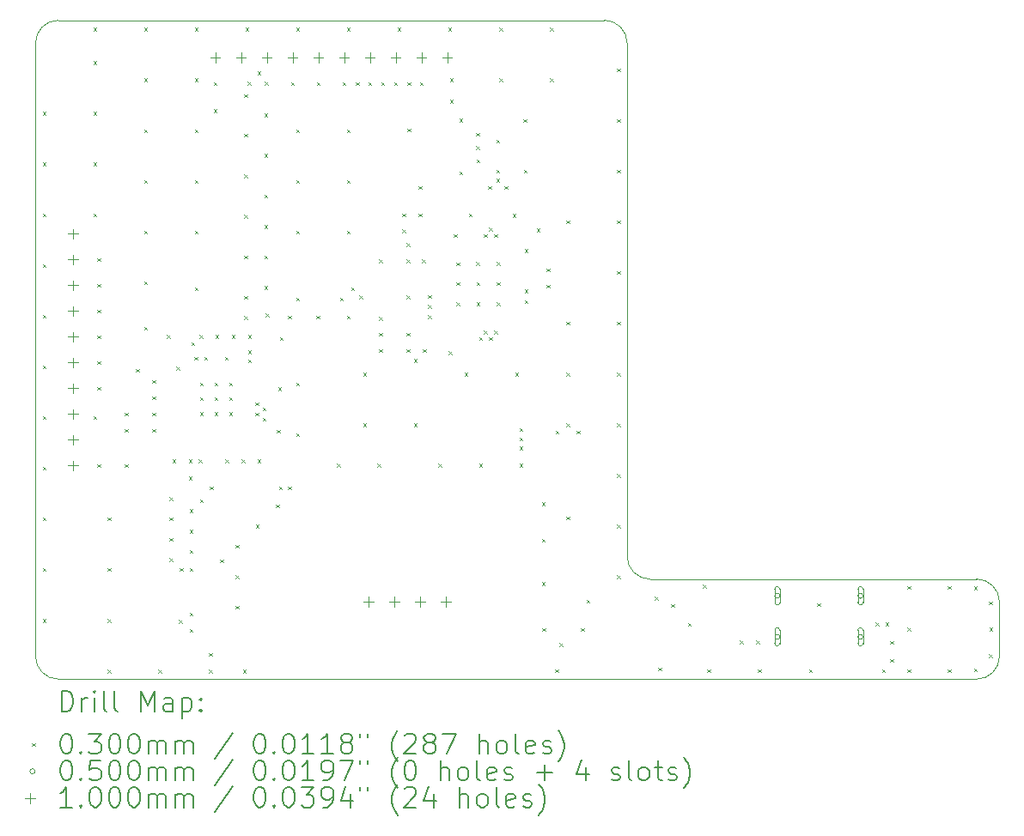
<source format=gbr>
%TF.GenerationSoftware,KiCad,Pcbnew,8.0.2*%
%TF.CreationDate,2024-05-14T20:52:16+07:00*%
%TF.ProjectId,HW.ACIM-DBG,48572e41-4349-44d2-9d44-42472e6b6963,0.0*%
%TF.SameCoordinates,Original*%
%TF.FileFunction,Drillmap*%
%TF.FilePolarity,Positive*%
%FSLAX45Y45*%
G04 Gerber Fmt 4.5, Leading zero omitted, Abs format (unit mm)*
G04 Created by KiCad (PCBNEW 8.0.2) date 2024-05-14 20:52:16*
%MOMM*%
%LPD*%
G01*
G04 APERTURE LIST*
%ADD10C,0.100000*%
%ADD11C,0.200000*%
G04 APERTURE END LIST*
D10*
X16577500Y-3525000D02*
X11197500Y-3525000D01*
X16802500Y-8812500D02*
X16802500Y-3750000D01*
X11197500Y-10025000D02*
G75*
G02*
X10972500Y-9800000I0J225000D01*
G01*
X16577500Y-3525000D02*
G75*
G02*
X16802500Y-3750000I0J-225000D01*
G01*
X20247500Y-9037500D02*
X17027500Y-9037500D01*
X11197500Y-10025000D02*
X20247500Y-10025000D01*
X20247500Y-9037500D02*
G75*
G02*
X20472500Y-9262500I0J-225000D01*
G01*
X20472500Y-9800000D02*
G75*
G02*
X20247500Y-10025000I-225000J0D01*
G01*
X20472500Y-9800000D02*
X20472500Y-9262500D01*
X10972500Y-3750000D02*
X10972500Y-9800000D01*
X10972500Y-3750000D02*
G75*
G02*
X11197500Y-3525000I225000J0D01*
G01*
X17027500Y-9037500D02*
G75*
G02*
X16802500Y-8812500I0J225000D01*
G01*
D11*
D10*
X11041270Y-4430000D02*
X11071270Y-4460000D01*
X11071270Y-4430000D02*
X11041270Y-4460000D01*
X11041270Y-4930000D02*
X11071270Y-4960000D01*
X11071270Y-4930000D02*
X11041270Y-4960000D01*
X11041270Y-5430000D02*
X11071270Y-5460000D01*
X11071270Y-5430000D02*
X11041270Y-5460000D01*
X11041270Y-5930000D02*
X11071270Y-5960000D01*
X11071270Y-5930000D02*
X11041270Y-5960000D01*
X11041270Y-6430000D02*
X11071270Y-6460000D01*
X11071270Y-6430000D02*
X11041270Y-6460000D01*
X11041270Y-6930000D02*
X11071270Y-6960000D01*
X11071270Y-6930000D02*
X11041270Y-6960000D01*
X11041270Y-7430000D02*
X11071270Y-7460000D01*
X11071270Y-7430000D02*
X11041270Y-7460000D01*
X11041270Y-7930000D02*
X11071270Y-7960000D01*
X11071270Y-7930000D02*
X11041270Y-7960000D01*
X11041270Y-8430000D02*
X11071270Y-8460000D01*
X11071270Y-8430000D02*
X11041270Y-8460000D01*
X11041270Y-8930000D02*
X11071270Y-8960000D01*
X11071270Y-8930000D02*
X11041270Y-8960000D01*
X11041270Y-9430000D02*
X11071270Y-9460000D01*
X11071270Y-9430000D02*
X11041270Y-9460000D01*
X11541270Y-3600000D02*
X11571270Y-3630000D01*
X11571270Y-3600000D02*
X11541270Y-3630000D01*
X11541270Y-3930000D02*
X11571270Y-3960000D01*
X11571270Y-3930000D02*
X11541270Y-3960000D01*
X11541270Y-4430000D02*
X11571270Y-4460000D01*
X11571270Y-4430000D02*
X11541270Y-4460000D01*
X11541270Y-4930000D02*
X11571270Y-4960000D01*
X11571270Y-4930000D02*
X11541270Y-4960000D01*
X11541270Y-5430000D02*
X11571270Y-5460000D01*
X11571270Y-5430000D02*
X11541270Y-5460000D01*
X11541270Y-7430000D02*
X11571270Y-7460000D01*
X11571270Y-7430000D02*
X11541270Y-7460000D01*
X11582500Y-5871020D02*
X11612500Y-5901020D01*
X11612500Y-5871020D02*
X11582500Y-5901020D01*
X11582500Y-6125020D02*
X11612500Y-6155020D01*
X11612500Y-6125020D02*
X11582500Y-6155020D01*
X11582500Y-6379020D02*
X11612500Y-6409020D01*
X11612500Y-6379020D02*
X11582500Y-6409020D01*
X11582500Y-6633020D02*
X11612500Y-6663020D01*
X11612500Y-6633020D02*
X11582500Y-6663020D01*
X11582500Y-6887020D02*
X11612500Y-6917020D01*
X11612500Y-6887020D02*
X11582500Y-6917020D01*
X11582500Y-7141020D02*
X11612500Y-7171020D01*
X11612500Y-7141020D02*
X11582500Y-7171020D01*
X11582500Y-7903020D02*
X11612500Y-7933020D01*
X11612500Y-7903020D02*
X11582500Y-7933020D01*
X11681270Y-8430000D02*
X11711270Y-8460000D01*
X11711270Y-8430000D02*
X11681270Y-8460000D01*
X11681270Y-8930000D02*
X11711270Y-8960000D01*
X11711270Y-8930000D02*
X11681270Y-8960000D01*
X11681270Y-9430000D02*
X11711270Y-9460000D01*
X11711270Y-9430000D02*
X11681270Y-9460000D01*
X11681270Y-9930000D02*
X11711270Y-9960000D01*
X11711270Y-9930000D02*
X11681270Y-9960000D01*
X11852500Y-7395020D02*
X11882500Y-7425020D01*
X11882500Y-7395020D02*
X11852500Y-7425020D01*
X11852500Y-7555020D02*
X11882500Y-7585020D01*
X11882500Y-7555020D02*
X11852500Y-7585020D01*
X11852500Y-7903020D02*
X11882500Y-7933020D01*
X11882500Y-7903020D02*
X11852500Y-7933020D01*
X11960000Y-6965020D02*
X11990000Y-6995020D01*
X11990000Y-6965020D02*
X11960000Y-6995020D01*
X12041270Y-3600000D02*
X12071270Y-3630000D01*
X12071270Y-3600000D02*
X12041270Y-3630000D01*
X12041270Y-4100000D02*
X12071270Y-4130000D01*
X12071270Y-4100000D02*
X12041270Y-4130000D01*
X12041270Y-4600000D02*
X12071270Y-4630000D01*
X12071270Y-4600000D02*
X12041270Y-4630000D01*
X12041270Y-5100000D02*
X12071270Y-5130000D01*
X12071270Y-5100000D02*
X12041270Y-5130000D01*
X12041270Y-5600000D02*
X12071270Y-5630000D01*
X12071270Y-5600000D02*
X12041270Y-5630000D01*
X12041270Y-6100000D02*
X12071270Y-6130000D01*
X12071270Y-6100000D02*
X12041270Y-6130000D01*
X12041270Y-6550000D02*
X12071270Y-6580000D01*
X12071270Y-6550000D02*
X12041270Y-6580000D01*
X12122500Y-7075020D02*
X12152500Y-7105020D01*
X12152500Y-7075020D02*
X12122500Y-7105020D01*
X12122500Y-7235020D02*
X12152500Y-7265020D01*
X12152500Y-7235020D02*
X12122500Y-7265020D01*
X12122500Y-7395020D02*
X12152500Y-7425020D01*
X12152500Y-7395020D02*
X12122500Y-7425020D01*
X12122500Y-7555020D02*
X12152500Y-7585020D01*
X12152500Y-7555020D02*
X12122500Y-7585020D01*
X12181270Y-9930000D02*
X12211270Y-9960000D01*
X12211270Y-9930000D02*
X12181270Y-9960000D01*
X12266700Y-6630020D02*
X12296700Y-6660020D01*
X12296700Y-6630020D02*
X12266700Y-6660020D01*
X12291700Y-8230020D02*
X12321700Y-8260020D01*
X12321700Y-8230020D02*
X12291700Y-8260020D01*
X12291700Y-8430020D02*
X12321700Y-8460020D01*
X12321700Y-8430020D02*
X12291700Y-8460020D01*
X12291700Y-8630020D02*
X12321700Y-8660020D01*
X12321700Y-8630020D02*
X12291700Y-8660020D01*
X12291700Y-8830020D02*
X12321700Y-8860020D01*
X12321700Y-8830020D02*
X12291700Y-8860020D01*
X12321270Y-7855000D02*
X12351270Y-7885000D01*
X12351270Y-7855000D02*
X12321270Y-7885000D01*
X12361700Y-6945020D02*
X12391700Y-6975020D01*
X12391700Y-6945020D02*
X12361700Y-6975020D01*
X12386270Y-9440000D02*
X12416270Y-9470000D01*
X12416270Y-9440000D02*
X12386270Y-9470000D01*
X12391700Y-8930020D02*
X12421700Y-8960020D01*
X12421700Y-8930020D02*
X12391700Y-8960020D01*
X12481270Y-7855000D02*
X12511270Y-7885000D01*
X12511270Y-7855000D02*
X12481270Y-7885000D01*
X12481270Y-8027500D02*
X12511270Y-8057500D01*
X12511270Y-8027500D02*
X12481270Y-8057500D01*
X12491270Y-9367500D02*
X12521270Y-9397500D01*
X12521270Y-9367500D02*
X12491270Y-9397500D01*
X12491270Y-9530000D02*
X12521270Y-9560000D01*
X12521270Y-9530000D02*
X12491270Y-9560000D01*
X12491700Y-8350020D02*
X12521700Y-8380020D01*
X12521700Y-8350020D02*
X12491700Y-8380020D01*
X12491700Y-8550020D02*
X12521700Y-8580020D01*
X12521700Y-8550020D02*
X12491700Y-8580020D01*
X12491700Y-8750020D02*
X12521700Y-8780020D01*
X12521700Y-8750020D02*
X12491700Y-8780020D01*
X12491700Y-8930020D02*
X12521700Y-8960020D01*
X12521700Y-8930020D02*
X12491700Y-8960020D01*
X12507500Y-6702520D02*
X12537500Y-6732520D01*
X12537500Y-6702520D02*
X12507500Y-6732520D01*
X12536700Y-6845020D02*
X12566700Y-6875020D01*
X12566700Y-6845020D02*
X12536700Y-6875020D01*
X12541270Y-3600000D02*
X12571270Y-3630000D01*
X12571270Y-3600000D02*
X12541270Y-3630000D01*
X12541270Y-4100000D02*
X12571270Y-4130000D01*
X12571270Y-4100000D02*
X12541270Y-4130000D01*
X12541270Y-4600000D02*
X12571270Y-4630000D01*
X12571270Y-4600000D02*
X12541270Y-4630000D01*
X12541270Y-5100000D02*
X12571270Y-5130000D01*
X12571270Y-5100000D02*
X12541270Y-5130000D01*
X12541270Y-5600000D02*
X12571270Y-5630000D01*
X12571270Y-5600000D02*
X12541270Y-5630000D01*
X12541270Y-6160000D02*
X12571270Y-6190000D01*
X12571270Y-6160000D02*
X12541270Y-6190000D01*
X12581700Y-7855020D02*
X12611700Y-7885020D01*
X12611700Y-7855020D02*
X12581700Y-7885020D01*
X12586700Y-6630020D02*
X12616700Y-6660020D01*
X12616700Y-6630020D02*
X12586700Y-6660020D01*
X12591700Y-7100020D02*
X12621700Y-7130020D01*
X12621700Y-7100020D02*
X12591700Y-7130020D01*
X12591700Y-7245020D02*
X12621700Y-7275020D01*
X12621700Y-7245020D02*
X12591700Y-7275020D01*
X12591700Y-7390020D02*
X12621700Y-7420020D01*
X12621700Y-7390020D02*
X12591700Y-7420020D01*
X12591700Y-8250020D02*
X12621700Y-8280020D01*
X12621700Y-8250020D02*
X12591700Y-8280020D01*
X12636700Y-6845020D02*
X12666700Y-6875020D01*
X12666700Y-6845020D02*
X12636700Y-6875020D01*
X12681270Y-9767500D02*
X12711270Y-9797500D01*
X12711270Y-9767500D02*
X12681270Y-9797500D01*
X12681270Y-9930000D02*
X12711270Y-9960000D01*
X12711270Y-9930000D02*
X12681270Y-9960000D01*
X12691700Y-8125020D02*
X12721700Y-8155020D01*
X12721700Y-8125020D02*
X12691700Y-8155020D01*
X12728270Y-4135000D02*
X12758270Y-4165000D01*
X12758270Y-4135000D02*
X12728270Y-4165000D01*
X12728270Y-4405000D02*
X12758270Y-4435000D01*
X12758270Y-4405000D02*
X12728270Y-4435000D01*
X12736700Y-7100020D02*
X12766700Y-7130020D01*
X12766700Y-7100020D02*
X12736700Y-7130020D01*
X12736700Y-7245020D02*
X12766700Y-7275020D01*
X12766700Y-7245020D02*
X12736700Y-7275020D01*
X12736700Y-7390020D02*
X12766700Y-7420020D01*
X12766700Y-7390020D02*
X12736700Y-7420020D01*
X12746700Y-6630020D02*
X12776700Y-6660020D01*
X12776700Y-6630020D02*
X12746700Y-6660020D01*
X12791700Y-8845020D02*
X12821700Y-8875020D01*
X12821700Y-8845020D02*
X12791700Y-8875020D01*
X12836700Y-6845020D02*
X12866700Y-6875020D01*
X12866700Y-6845020D02*
X12836700Y-6875020D01*
X12841270Y-7855000D02*
X12871270Y-7885000D01*
X12871270Y-7855000D02*
X12841270Y-7885000D01*
X12881700Y-7100020D02*
X12911700Y-7130020D01*
X12911700Y-7100020D02*
X12881700Y-7130020D01*
X12881700Y-7245020D02*
X12911700Y-7275020D01*
X12911700Y-7245020D02*
X12881700Y-7275020D01*
X12881700Y-7390020D02*
X12911700Y-7420020D01*
X12911700Y-7390020D02*
X12881700Y-7420020D01*
X12906700Y-6630020D02*
X12936700Y-6660020D01*
X12936700Y-6630020D02*
X12906700Y-6660020D01*
X12942438Y-8700000D02*
X12972438Y-8730000D01*
X12972438Y-8700000D02*
X12942438Y-8730000D01*
X12942438Y-9000000D02*
X12972438Y-9030000D01*
X12972438Y-9000000D02*
X12942438Y-9030000D01*
X12942438Y-9300000D02*
X12972438Y-9330000D01*
X12972438Y-9300000D02*
X12942438Y-9330000D01*
X13001270Y-7855000D02*
X13031270Y-7885000D01*
X13031270Y-7855000D02*
X13001270Y-7885000D01*
X13016270Y-9930000D02*
X13046270Y-9960000D01*
X13046270Y-9930000D02*
X13016270Y-9960000D01*
X13027500Y-4255000D02*
X13057500Y-4285000D01*
X13057500Y-4255000D02*
X13027500Y-4285000D01*
X13027500Y-4645000D02*
X13057500Y-4675000D01*
X13057500Y-4645000D02*
X13027500Y-4675000D01*
X13027500Y-5045000D02*
X13057500Y-5075000D01*
X13057500Y-5045000D02*
X13027500Y-5075000D01*
X13027500Y-5445000D02*
X13057500Y-5475000D01*
X13057500Y-5445000D02*
X13027500Y-5475000D01*
X13027500Y-5845000D02*
X13057500Y-5875000D01*
X13057500Y-5845000D02*
X13027500Y-5875000D01*
X13027500Y-6245000D02*
X13057500Y-6275000D01*
X13057500Y-6245000D02*
X13027500Y-6275000D01*
X13027500Y-6445000D02*
X13057500Y-6475000D01*
X13057500Y-6445000D02*
X13027500Y-6475000D01*
X13041270Y-3600000D02*
X13071270Y-3630000D01*
X13071270Y-3600000D02*
X13041270Y-3630000D01*
X13061270Y-4130000D02*
X13091270Y-4160000D01*
X13091270Y-4130000D02*
X13061270Y-4160000D01*
X13066700Y-6630020D02*
X13096700Y-6660020D01*
X13096700Y-6630020D02*
X13066700Y-6660020D01*
X13066700Y-6780020D02*
X13096700Y-6810020D01*
X13096700Y-6780020D02*
X13066700Y-6810020D01*
X13066700Y-6870020D02*
X13096700Y-6900020D01*
X13096700Y-6870020D02*
X13066700Y-6900020D01*
X13136700Y-7295020D02*
X13166700Y-7325020D01*
X13166700Y-7295020D02*
X13136700Y-7325020D01*
X13136700Y-7395020D02*
X13166700Y-7425020D01*
X13166700Y-7395020D02*
X13136700Y-7425020D01*
X13142438Y-8500000D02*
X13172438Y-8530000D01*
X13172438Y-8500000D02*
X13142438Y-8530000D01*
X13161270Y-4030000D02*
X13191270Y-4060000D01*
X13191270Y-4030000D02*
X13161270Y-4060000D01*
X13161270Y-7855000D02*
X13191270Y-7885000D01*
X13191270Y-7855000D02*
X13161270Y-7885000D01*
X13211700Y-7345020D02*
X13241700Y-7375020D01*
X13241700Y-7345020D02*
X13211700Y-7375020D01*
X13211700Y-7445020D02*
X13241700Y-7475020D01*
X13241700Y-7445020D02*
X13211700Y-7475020D01*
X13227500Y-4445000D02*
X13257500Y-4475000D01*
X13257500Y-4445000D02*
X13227500Y-4475000D01*
X13227500Y-4845000D02*
X13257500Y-4875000D01*
X13257500Y-4845000D02*
X13227500Y-4875000D01*
X13227500Y-5245000D02*
X13257500Y-5275000D01*
X13257500Y-5245000D02*
X13227500Y-5275000D01*
X13227500Y-5545000D02*
X13257500Y-5575000D01*
X13257500Y-5545000D02*
X13227500Y-5575000D01*
X13227500Y-5845000D02*
X13257500Y-5875000D01*
X13257500Y-5845000D02*
X13227500Y-5875000D01*
X13227500Y-6145000D02*
X13257500Y-6175000D01*
X13257500Y-6145000D02*
X13227500Y-6175000D01*
X13231270Y-4130000D02*
X13261270Y-4160000D01*
X13261270Y-4130000D02*
X13231270Y-4160000D01*
X13241270Y-6420000D02*
X13271270Y-6450000D01*
X13271270Y-6420000D02*
X13241270Y-6450000D01*
X13342438Y-8300000D02*
X13372438Y-8330000D01*
X13372438Y-8300000D02*
X13342438Y-8330000D01*
X13351700Y-7565020D02*
X13381700Y-7595020D01*
X13381700Y-7565020D02*
X13351700Y-7595020D01*
X13361700Y-7145020D02*
X13391700Y-7175020D01*
X13391700Y-7145020D02*
X13361700Y-7175020D01*
X13371700Y-8125020D02*
X13401700Y-8155020D01*
X13401700Y-8125020D02*
X13371700Y-8155020D01*
X13381270Y-6650000D02*
X13411270Y-6680000D01*
X13411270Y-6650000D02*
X13381270Y-6680000D01*
X13461270Y-6440000D02*
X13491270Y-6470000D01*
X13491270Y-6440000D02*
X13461270Y-6470000D01*
X13461700Y-8125020D02*
X13491700Y-8155020D01*
X13491700Y-8125020D02*
X13461700Y-8155020D01*
X13490270Y-4135000D02*
X13520270Y-4165000D01*
X13520270Y-4135000D02*
X13490270Y-4165000D01*
X13541270Y-3600000D02*
X13571270Y-3630000D01*
X13571270Y-3600000D02*
X13541270Y-3630000D01*
X13541270Y-4600000D02*
X13571270Y-4630000D01*
X13571270Y-4600000D02*
X13541270Y-4630000D01*
X13541270Y-5100000D02*
X13571270Y-5130000D01*
X13571270Y-5100000D02*
X13541270Y-5130000D01*
X13541270Y-5600000D02*
X13571270Y-5630000D01*
X13571270Y-5600000D02*
X13541270Y-5630000D01*
X13541270Y-6260000D02*
X13571270Y-6290000D01*
X13571270Y-6260000D02*
X13541270Y-6290000D01*
X13541270Y-7100000D02*
X13571270Y-7130000D01*
X13571270Y-7100000D02*
X13541270Y-7130000D01*
X13541270Y-7600000D02*
X13571270Y-7630000D01*
X13571270Y-7600000D02*
X13541270Y-7630000D01*
X13741270Y-6440000D02*
X13771270Y-6470000D01*
X13771270Y-6440000D02*
X13741270Y-6470000D01*
X13744270Y-4135000D02*
X13774270Y-4165000D01*
X13774270Y-4135000D02*
X13744270Y-4165000D01*
X13942438Y-7900000D02*
X13972438Y-7930000D01*
X13972438Y-7900000D02*
X13942438Y-7930000D01*
X13971270Y-6260000D02*
X14001270Y-6290000D01*
X14001270Y-6260000D02*
X13971270Y-6290000D01*
X13998270Y-4135000D02*
X14028270Y-4165000D01*
X14028270Y-4135000D02*
X13998270Y-4165000D01*
X14041270Y-3600000D02*
X14071270Y-3630000D01*
X14071270Y-3600000D02*
X14041270Y-3630000D01*
X14041270Y-4600000D02*
X14071270Y-4630000D01*
X14071270Y-4600000D02*
X14041270Y-4630000D01*
X14041270Y-5100000D02*
X14071270Y-5130000D01*
X14071270Y-5100000D02*
X14041270Y-5130000D01*
X14041270Y-5600000D02*
X14071270Y-5630000D01*
X14071270Y-5600000D02*
X14041270Y-5630000D01*
X14041270Y-6440000D02*
X14071270Y-6470000D01*
X14071270Y-6440000D02*
X14041270Y-6470000D01*
X14082500Y-6160000D02*
X14112500Y-6190000D01*
X14112500Y-6160000D02*
X14082500Y-6190000D01*
X14127500Y-4135000D02*
X14157500Y-4165000D01*
X14157500Y-4135000D02*
X14127500Y-4165000D01*
X14162500Y-6240000D02*
X14192500Y-6270000D01*
X14192500Y-6240000D02*
X14162500Y-6270000D01*
X14201270Y-7000000D02*
X14231270Y-7030000D01*
X14231270Y-7000000D02*
X14201270Y-7030000D01*
X14201270Y-7500000D02*
X14231270Y-7530000D01*
X14231270Y-7500000D02*
X14201270Y-7530000D01*
X14252270Y-4135000D02*
X14282270Y-4165000D01*
X14282270Y-4135000D02*
X14252270Y-4165000D01*
X14342438Y-7900000D02*
X14372438Y-7930000D01*
X14372438Y-7900000D02*
X14342438Y-7930000D01*
X14357500Y-5885000D02*
X14387500Y-5915000D01*
X14387500Y-5885000D02*
X14357500Y-5915000D01*
X14357500Y-6450000D02*
X14387500Y-6480000D01*
X14387500Y-6450000D02*
X14357500Y-6480000D01*
X14357500Y-6610000D02*
X14387500Y-6640000D01*
X14387500Y-6610000D02*
X14357500Y-6640000D01*
X14357500Y-6770000D02*
X14387500Y-6800000D01*
X14387500Y-6770000D02*
X14357500Y-6800000D01*
X14377500Y-4135000D02*
X14407500Y-4165000D01*
X14407500Y-4135000D02*
X14377500Y-4165000D01*
X14507500Y-4135000D02*
X14537500Y-4165000D01*
X14537500Y-4135000D02*
X14507500Y-4165000D01*
X14541270Y-3600000D02*
X14571270Y-3630000D01*
X14571270Y-3600000D02*
X14541270Y-3630000D01*
X14587500Y-5430000D02*
X14617500Y-5460000D01*
X14617500Y-5430000D02*
X14587500Y-5460000D01*
X14587500Y-5590000D02*
X14617500Y-5620000D01*
X14617500Y-5590000D02*
X14587500Y-5620000D01*
X14627500Y-5725000D02*
X14657500Y-5755000D01*
X14657500Y-5725000D02*
X14627500Y-5755000D01*
X14627500Y-5885000D02*
X14657500Y-5915000D01*
X14657500Y-5885000D02*
X14627500Y-5915000D01*
X14627500Y-6240000D02*
X14657500Y-6270000D01*
X14657500Y-6240000D02*
X14627500Y-6270000D01*
X14627500Y-6610000D02*
X14657500Y-6640000D01*
X14657500Y-6610000D02*
X14627500Y-6640000D01*
X14627500Y-6770000D02*
X14657500Y-6800000D01*
X14657500Y-6770000D02*
X14627500Y-6800000D01*
X14637500Y-4135000D02*
X14667500Y-4165000D01*
X14667500Y-4135000D02*
X14637500Y-4165000D01*
X14637500Y-4595000D02*
X14667500Y-4625000D01*
X14667500Y-4595000D02*
X14637500Y-4625000D01*
X14700000Y-6865000D02*
X14730000Y-6895000D01*
X14730000Y-6865000D02*
X14700000Y-6895000D01*
X14701270Y-7500000D02*
X14731270Y-7530000D01*
X14731270Y-7500000D02*
X14701270Y-7530000D01*
X14747500Y-5160000D02*
X14777500Y-5190000D01*
X14777500Y-5160000D02*
X14747500Y-5190000D01*
X14747500Y-5430000D02*
X14777500Y-5460000D01*
X14777500Y-5430000D02*
X14747500Y-5460000D01*
X14760270Y-4135000D02*
X14790270Y-4165000D01*
X14790270Y-4135000D02*
X14760270Y-4165000D01*
X14782500Y-5885000D02*
X14812500Y-5915000D01*
X14812500Y-5885000D02*
X14782500Y-5915000D01*
X14790000Y-6770000D02*
X14820000Y-6800000D01*
X14820000Y-6770000D02*
X14790000Y-6800000D01*
X14842500Y-6235000D02*
X14872500Y-6265000D01*
X14872500Y-6235000D02*
X14842500Y-6265000D01*
X14842500Y-6335000D02*
X14872500Y-6365000D01*
X14872500Y-6335000D02*
X14842500Y-6365000D01*
X14842500Y-6435000D02*
X14872500Y-6465000D01*
X14872500Y-6435000D02*
X14842500Y-6465000D01*
X14942438Y-7900000D02*
X14972438Y-7930000D01*
X14972438Y-7900000D02*
X14942438Y-7930000D01*
X15041270Y-3600000D02*
X15071270Y-3630000D01*
X15071270Y-3600000D02*
X15041270Y-3630000D01*
X15042500Y-6792500D02*
X15072500Y-6822500D01*
X15072500Y-6792500D02*
X15042500Y-6822500D01*
X15057500Y-4100000D02*
X15087500Y-4130000D01*
X15087500Y-4100000D02*
X15057500Y-4130000D01*
X15057500Y-4310000D02*
X15087500Y-4340000D01*
X15087500Y-4310000D02*
X15057500Y-4340000D01*
X15092500Y-5635000D02*
X15122500Y-5665000D01*
X15122500Y-5635000D02*
X15092500Y-5665000D01*
X15117500Y-5915000D02*
X15147500Y-5945000D01*
X15147500Y-5915000D02*
X15117500Y-5945000D01*
X15117500Y-6110000D02*
X15147500Y-6140000D01*
X15147500Y-6110000D02*
X15117500Y-6140000D01*
X15117500Y-6310000D02*
X15147500Y-6340000D01*
X15147500Y-6310000D02*
X15117500Y-6340000D01*
X15147500Y-4495000D02*
X15177500Y-4525000D01*
X15177500Y-4495000D02*
X15147500Y-4525000D01*
X15147500Y-5015000D02*
X15177500Y-5045000D01*
X15177500Y-5015000D02*
X15147500Y-5045000D01*
X15201270Y-7000000D02*
X15231270Y-7030000D01*
X15231270Y-7000000D02*
X15201270Y-7030000D01*
X15242500Y-5430000D02*
X15272500Y-5460000D01*
X15272500Y-5430000D02*
X15242500Y-5460000D01*
X15312500Y-4637500D02*
X15342500Y-4667500D01*
X15342500Y-4637500D02*
X15312500Y-4667500D01*
X15312500Y-4767500D02*
X15342500Y-4797500D01*
X15342500Y-4767500D02*
X15312500Y-4797500D01*
X15312500Y-5910000D02*
X15342500Y-5940000D01*
X15342500Y-5910000D02*
X15312500Y-5940000D01*
X15317500Y-4897500D02*
X15347500Y-4927500D01*
X15347500Y-4897500D02*
X15317500Y-4927500D01*
X15317500Y-6110000D02*
X15347500Y-6140000D01*
X15347500Y-6110000D02*
X15317500Y-6140000D01*
X15317500Y-6310000D02*
X15347500Y-6340000D01*
X15347500Y-6310000D02*
X15317500Y-6340000D01*
X15342438Y-7900000D02*
X15372438Y-7930000D01*
X15372438Y-7900000D02*
X15342438Y-7930000D01*
X15342500Y-6650000D02*
X15372500Y-6680000D01*
X15372500Y-6650000D02*
X15342500Y-6680000D01*
X15392500Y-5635000D02*
X15422500Y-5665000D01*
X15422500Y-5635000D02*
X15392500Y-5665000D01*
X15392500Y-6585000D02*
X15422500Y-6615000D01*
X15422500Y-6585000D02*
X15392500Y-6615000D01*
X15432500Y-5160000D02*
X15462500Y-5190000D01*
X15462500Y-5160000D02*
X15432500Y-5190000D01*
X15442500Y-5570000D02*
X15472500Y-5600000D01*
X15472500Y-5570000D02*
X15442500Y-5600000D01*
X15442500Y-6650000D02*
X15472500Y-6680000D01*
X15472500Y-6650000D02*
X15442500Y-6680000D01*
X15492500Y-5635000D02*
X15522500Y-5665000D01*
X15522500Y-5635000D02*
X15492500Y-5665000D01*
X15492500Y-6585000D02*
X15522500Y-6615000D01*
X15522500Y-6585000D02*
X15492500Y-6615000D01*
X15512500Y-4702500D02*
X15542500Y-4732500D01*
X15542500Y-4702500D02*
X15512500Y-4732500D01*
X15512500Y-5000000D02*
X15542500Y-5030000D01*
X15542500Y-5000000D02*
X15512500Y-5030000D01*
X15512500Y-5087500D02*
X15542500Y-5117500D01*
X15542500Y-5087500D02*
X15512500Y-5117500D01*
X15517500Y-5910000D02*
X15547500Y-5940000D01*
X15547500Y-5910000D02*
X15517500Y-5940000D01*
X15517500Y-6110000D02*
X15547500Y-6140000D01*
X15547500Y-6110000D02*
X15517500Y-6140000D01*
X15517500Y-6310000D02*
X15547500Y-6340000D01*
X15547500Y-6310000D02*
X15517500Y-6340000D01*
X15541270Y-3600000D02*
X15571270Y-3630000D01*
X15571270Y-3600000D02*
X15541270Y-3630000D01*
X15541270Y-4100000D02*
X15571270Y-4130000D01*
X15571270Y-4100000D02*
X15541270Y-4130000D01*
X15592500Y-5160000D02*
X15622500Y-5190000D01*
X15622500Y-5160000D02*
X15592500Y-5190000D01*
X15672500Y-5435000D02*
X15702500Y-5465000D01*
X15702500Y-5435000D02*
X15672500Y-5465000D01*
X15701270Y-7000000D02*
X15731270Y-7030000D01*
X15731270Y-7000000D02*
X15701270Y-7030000D01*
X15741270Y-7550000D02*
X15771270Y-7580000D01*
X15771270Y-7550000D02*
X15741270Y-7580000D01*
X15741270Y-7640000D02*
X15771270Y-7670000D01*
X15771270Y-7640000D02*
X15741270Y-7670000D01*
X15741270Y-7730000D02*
X15771270Y-7760000D01*
X15771270Y-7730000D02*
X15741270Y-7760000D01*
X15742438Y-7900000D02*
X15772438Y-7930000D01*
X15772438Y-7900000D02*
X15742438Y-7930000D01*
X15781270Y-4500000D02*
X15811270Y-4530000D01*
X15811270Y-4500000D02*
X15781270Y-4530000D01*
X15782500Y-5000000D02*
X15812500Y-5030000D01*
X15812500Y-5000000D02*
X15782500Y-5030000D01*
X15792500Y-5785000D02*
X15822500Y-5815000D01*
X15822500Y-5785000D02*
X15792500Y-5815000D01*
X15792500Y-6180000D02*
X15822500Y-6210000D01*
X15822500Y-6180000D02*
X15792500Y-6210000D01*
X15792500Y-6285000D02*
X15822500Y-6315000D01*
X15822500Y-6285000D02*
X15792500Y-6315000D01*
X15912500Y-5577500D02*
X15942500Y-5607500D01*
X15942500Y-5577500D02*
X15912500Y-5607500D01*
X15962438Y-8280000D02*
X15992438Y-8310000D01*
X15992438Y-8280000D02*
X15962438Y-8310000D01*
X15962438Y-8640000D02*
X15992438Y-8670000D01*
X15992438Y-8640000D02*
X15962438Y-8670000D01*
X15962438Y-9070000D02*
X15992438Y-9100000D01*
X15992438Y-9070000D02*
X15962438Y-9100000D01*
X15965270Y-9520000D02*
X15995270Y-9550000D01*
X15995270Y-9520000D02*
X15965270Y-9550000D01*
X16007500Y-5975000D02*
X16037500Y-6005000D01*
X16037500Y-5975000D02*
X16007500Y-6005000D01*
X16007500Y-6135000D02*
X16037500Y-6165000D01*
X16037500Y-6135000D02*
X16007500Y-6165000D01*
X16041270Y-3600000D02*
X16071270Y-3630000D01*
X16071270Y-3600000D02*
X16041270Y-3630000D01*
X16041270Y-4100000D02*
X16071270Y-4130000D01*
X16071270Y-4100000D02*
X16041270Y-4130000D01*
X16093750Y-9926250D02*
X16123750Y-9956250D01*
X16123750Y-9926250D02*
X16093750Y-9956250D01*
X16096270Y-7575000D02*
X16126270Y-7605000D01*
X16126270Y-7575000D02*
X16096270Y-7605000D01*
X16135270Y-9670000D02*
X16165270Y-9700000D01*
X16165270Y-9670000D02*
X16135270Y-9700000D01*
X16201270Y-5500000D02*
X16231270Y-5530000D01*
X16231270Y-5500000D02*
X16201270Y-5530000D01*
X16201270Y-6500000D02*
X16231270Y-6530000D01*
X16231270Y-6500000D02*
X16201270Y-6530000D01*
X16201270Y-7000000D02*
X16231270Y-7030000D01*
X16231270Y-7000000D02*
X16201270Y-7030000D01*
X16201270Y-7502500D02*
X16231270Y-7532500D01*
X16231270Y-7502500D02*
X16201270Y-7532500D01*
X16202438Y-8420000D02*
X16232438Y-8450000D01*
X16232438Y-8420000D02*
X16202438Y-8450000D01*
X16306270Y-7575000D02*
X16336270Y-7605000D01*
X16336270Y-7575000D02*
X16306270Y-7605000D01*
X16345270Y-9520000D02*
X16375270Y-9550000D01*
X16375270Y-9520000D02*
X16345270Y-9550000D01*
X16402438Y-9240000D02*
X16432438Y-9270000D01*
X16432438Y-9240000D02*
X16402438Y-9270000D01*
X16701270Y-4000000D02*
X16731270Y-4030000D01*
X16731270Y-4000000D02*
X16701270Y-4030000D01*
X16701270Y-4500000D02*
X16731270Y-4530000D01*
X16731270Y-4500000D02*
X16701270Y-4530000D01*
X16701270Y-5000000D02*
X16731270Y-5030000D01*
X16731270Y-5000000D02*
X16701270Y-5030000D01*
X16701270Y-5500000D02*
X16731270Y-5530000D01*
X16731270Y-5500000D02*
X16701270Y-5530000D01*
X16701270Y-6000000D02*
X16731270Y-6030000D01*
X16731270Y-6000000D02*
X16701270Y-6030000D01*
X16701270Y-6500000D02*
X16731270Y-6530000D01*
X16731270Y-6500000D02*
X16701270Y-6530000D01*
X16701270Y-7000000D02*
X16731270Y-7030000D01*
X16731270Y-7000000D02*
X16701270Y-7030000D01*
X16701270Y-7500000D02*
X16731270Y-7530000D01*
X16731270Y-7500000D02*
X16701270Y-7530000D01*
X16701270Y-8000000D02*
X16731270Y-8030000D01*
X16731270Y-8000000D02*
X16701270Y-8030000D01*
X16701270Y-8500000D02*
X16731270Y-8530000D01*
X16731270Y-8500000D02*
X16701270Y-8530000D01*
X16701270Y-9000000D02*
X16731270Y-9030000D01*
X16731270Y-9000000D02*
X16701270Y-9030000D01*
X17077439Y-9212791D02*
X17107439Y-9242791D01*
X17107439Y-9212791D02*
X17077439Y-9242791D01*
X17110635Y-9909365D02*
X17140635Y-9939365D01*
X17140635Y-9909365D02*
X17110635Y-9939365D01*
X17237439Y-9285291D02*
X17267439Y-9315291D01*
X17267439Y-9285291D02*
X17237439Y-9315291D01*
X17402439Y-9470000D02*
X17432439Y-9500000D01*
X17432439Y-9470000D02*
X17402439Y-9500000D01*
X17547439Y-9092791D02*
X17577439Y-9122791D01*
X17577439Y-9092791D02*
X17547439Y-9122791D01*
X17593750Y-9926250D02*
X17623750Y-9956250D01*
X17623750Y-9926250D02*
X17593750Y-9956250D01*
X17912510Y-9643010D02*
X17942510Y-9673010D01*
X17942510Y-9643010D02*
X17912510Y-9673010D01*
X18072510Y-9643010D02*
X18102510Y-9673010D01*
X18102510Y-9643010D02*
X18072510Y-9673010D01*
X18093750Y-9926250D02*
X18123750Y-9956250D01*
X18123750Y-9926250D02*
X18093750Y-9956250D01*
X18593750Y-9926250D02*
X18623750Y-9956250D01*
X18623750Y-9926250D02*
X18593750Y-9956250D01*
X18673750Y-9276250D02*
X18703750Y-9306250D01*
X18703750Y-9276250D02*
X18673750Y-9306250D01*
X19252510Y-9468010D02*
X19282510Y-9498010D01*
X19282510Y-9468010D02*
X19252510Y-9498010D01*
X19313750Y-9926250D02*
X19343750Y-9956250D01*
X19343750Y-9926250D02*
X19313750Y-9956250D01*
X19347510Y-9468010D02*
X19377510Y-9498010D01*
X19377510Y-9468010D02*
X19347510Y-9498010D01*
X19393750Y-9646250D02*
X19423750Y-9676250D01*
X19423750Y-9646250D02*
X19393750Y-9676250D01*
X19393750Y-9826250D02*
X19423750Y-9856250D01*
X19423750Y-9826250D02*
X19393750Y-9856250D01*
X19563750Y-9106250D02*
X19593750Y-9136250D01*
X19593750Y-9106250D02*
X19563750Y-9136250D01*
X19563750Y-9516250D02*
X19593750Y-9546250D01*
X19593750Y-9516250D02*
X19563750Y-9546250D01*
X19563750Y-9926250D02*
X19593750Y-9956250D01*
X19593750Y-9926250D02*
X19563750Y-9956250D01*
X19963750Y-9106250D02*
X19993750Y-9136250D01*
X19993750Y-9106250D02*
X19963750Y-9136250D01*
X19963750Y-9926250D02*
X19993750Y-9956250D01*
X19993750Y-9926250D02*
X19963750Y-9956250D01*
X20221270Y-9110000D02*
X20251270Y-9140000D01*
X20251270Y-9110000D02*
X20221270Y-9140000D01*
X20221270Y-9920000D02*
X20251270Y-9950000D01*
X20251270Y-9920000D02*
X20221270Y-9950000D01*
X20371270Y-9260000D02*
X20401270Y-9290000D01*
X20401270Y-9260000D02*
X20371270Y-9290000D01*
X20371270Y-9780000D02*
X20401270Y-9810000D01*
X20401270Y-9780000D02*
X20371270Y-9810000D01*
X20373750Y-9516250D02*
X20403750Y-9546250D01*
X20403750Y-9516250D02*
X20373750Y-9546250D01*
X18307510Y-9202510D02*
G75*
G02*
X18257510Y-9202510I-25000J0D01*
G01*
X18257510Y-9202510D02*
G75*
G02*
X18307510Y-9202510I25000J0D01*
G01*
X18257510Y-9137510D02*
X18257510Y-9267510D01*
X18307510Y-9267510D02*
G75*
G02*
X18257510Y-9267510I-25000J0D01*
G01*
X18307510Y-9267510D02*
X18307510Y-9137510D01*
X18307510Y-9137510D02*
G75*
G03*
X18257510Y-9137510I-25000J0D01*
G01*
X18307510Y-9607510D02*
G75*
G02*
X18257510Y-9607510I-25000J0D01*
G01*
X18257510Y-9607510D02*
G75*
G02*
X18307510Y-9607510I25000J0D01*
G01*
X18257510Y-9542510D02*
X18257510Y-9672510D01*
X18307510Y-9672510D02*
G75*
G02*
X18257510Y-9672510I-25000J0D01*
G01*
X18307510Y-9672510D02*
X18307510Y-9542510D01*
X18307510Y-9542510D02*
G75*
G03*
X18257510Y-9542510I-25000J0D01*
G01*
X19127510Y-9202510D02*
G75*
G02*
X19077510Y-9202510I-25000J0D01*
G01*
X19077510Y-9202510D02*
G75*
G02*
X19127510Y-9202510I25000J0D01*
G01*
X19077510Y-9137510D02*
X19077510Y-9267510D01*
X19127510Y-9267510D02*
G75*
G02*
X19077510Y-9267510I-25000J0D01*
G01*
X19127510Y-9267510D02*
X19127510Y-9137510D01*
X19127510Y-9137510D02*
G75*
G03*
X19077510Y-9137510I-25000J0D01*
G01*
X19127510Y-9607510D02*
G75*
G02*
X19077510Y-9607510I-25000J0D01*
G01*
X19077510Y-9607510D02*
G75*
G02*
X19127510Y-9607510I25000J0D01*
G01*
X19077510Y-9542510D02*
X19077510Y-9672510D01*
X19127510Y-9672510D02*
G75*
G02*
X19077510Y-9672510I-25000J0D01*
G01*
X19127510Y-9672510D02*
X19127510Y-9542510D01*
X19127510Y-9542510D02*
G75*
G03*
X19077510Y-9542510I-25000J0D01*
G01*
X11342500Y-5582020D02*
X11342500Y-5682020D01*
X11292500Y-5632020D02*
X11392500Y-5632020D01*
X11342500Y-5836020D02*
X11342500Y-5936020D01*
X11292500Y-5886020D02*
X11392500Y-5886020D01*
X11342500Y-6090020D02*
X11342500Y-6190020D01*
X11292500Y-6140020D02*
X11392500Y-6140020D01*
X11342500Y-6344020D02*
X11342500Y-6444020D01*
X11292500Y-6394020D02*
X11392500Y-6394020D01*
X11342500Y-6598020D02*
X11342500Y-6698020D01*
X11292500Y-6648020D02*
X11392500Y-6648020D01*
X11342500Y-6852020D02*
X11342500Y-6952020D01*
X11292500Y-6902020D02*
X11392500Y-6902020D01*
X11342500Y-7106020D02*
X11342500Y-7206020D01*
X11292500Y-7156020D02*
X11392500Y-7156020D01*
X11342500Y-7360020D02*
X11342500Y-7460020D01*
X11292500Y-7410020D02*
X11392500Y-7410020D01*
X11342500Y-7614020D02*
X11342500Y-7714020D01*
X11292500Y-7664020D02*
X11392500Y-7664020D01*
X11342500Y-7868020D02*
X11342500Y-7968020D01*
X11292500Y-7918020D02*
X11392500Y-7918020D01*
X12743270Y-3845000D02*
X12743270Y-3945000D01*
X12693270Y-3895000D02*
X12793270Y-3895000D01*
X12997270Y-3845000D02*
X12997270Y-3945000D01*
X12947270Y-3895000D02*
X13047270Y-3895000D01*
X13251270Y-3845000D02*
X13251270Y-3945000D01*
X13201270Y-3895000D02*
X13301270Y-3895000D01*
X13505270Y-3845000D02*
X13505270Y-3945000D01*
X13455270Y-3895000D02*
X13555270Y-3895000D01*
X13759270Y-3845000D02*
X13759270Y-3945000D01*
X13709270Y-3895000D02*
X13809270Y-3895000D01*
X14013270Y-3845000D02*
X14013270Y-3945000D01*
X13963270Y-3895000D02*
X14063270Y-3895000D01*
X14255270Y-9207500D02*
X14255270Y-9307500D01*
X14205270Y-9257500D02*
X14305270Y-9257500D01*
X14267270Y-3845000D02*
X14267270Y-3945000D01*
X14217270Y-3895000D02*
X14317270Y-3895000D01*
X14509270Y-9207500D02*
X14509270Y-9307500D01*
X14459270Y-9257500D02*
X14559270Y-9257500D01*
X14521270Y-3845000D02*
X14521270Y-3945000D01*
X14471270Y-3895000D02*
X14571270Y-3895000D01*
X14763270Y-9207500D02*
X14763270Y-9307500D01*
X14713270Y-9257500D02*
X14813270Y-9257500D01*
X14775270Y-3845000D02*
X14775270Y-3945000D01*
X14725270Y-3895000D02*
X14825270Y-3895000D01*
X15017270Y-9207500D02*
X15017270Y-9307500D01*
X14967270Y-9257500D02*
X15067270Y-9257500D01*
X15029270Y-3845000D02*
X15029270Y-3945000D01*
X14979270Y-3895000D02*
X15079270Y-3895000D01*
D11*
X11228277Y-10341484D02*
X11228277Y-10141484D01*
X11228277Y-10141484D02*
X11275896Y-10141484D01*
X11275896Y-10141484D02*
X11304467Y-10151008D01*
X11304467Y-10151008D02*
X11323515Y-10170055D01*
X11323515Y-10170055D02*
X11333039Y-10189103D01*
X11333039Y-10189103D02*
X11342562Y-10227198D01*
X11342562Y-10227198D02*
X11342562Y-10255770D01*
X11342562Y-10255770D02*
X11333039Y-10293865D01*
X11333039Y-10293865D02*
X11323515Y-10312912D01*
X11323515Y-10312912D02*
X11304467Y-10331960D01*
X11304467Y-10331960D02*
X11275896Y-10341484D01*
X11275896Y-10341484D02*
X11228277Y-10341484D01*
X11428277Y-10341484D02*
X11428277Y-10208150D01*
X11428277Y-10246246D02*
X11437801Y-10227198D01*
X11437801Y-10227198D02*
X11447324Y-10217674D01*
X11447324Y-10217674D02*
X11466372Y-10208150D01*
X11466372Y-10208150D02*
X11485420Y-10208150D01*
X11552086Y-10341484D02*
X11552086Y-10208150D01*
X11552086Y-10141484D02*
X11542562Y-10151008D01*
X11542562Y-10151008D02*
X11552086Y-10160531D01*
X11552086Y-10160531D02*
X11561610Y-10151008D01*
X11561610Y-10151008D02*
X11552086Y-10141484D01*
X11552086Y-10141484D02*
X11552086Y-10160531D01*
X11675896Y-10341484D02*
X11656848Y-10331960D01*
X11656848Y-10331960D02*
X11647324Y-10312912D01*
X11647324Y-10312912D02*
X11647324Y-10141484D01*
X11780658Y-10341484D02*
X11761610Y-10331960D01*
X11761610Y-10331960D02*
X11752086Y-10312912D01*
X11752086Y-10312912D02*
X11752086Y-10141484D01*
X12009229Y-10341484D02*
X12009229Y-10141484D01*
X12009229Y-10141484D02*
X12075896Y-10284341D01*
X12075896Y-10284341D02*
X12142562Y-10141484D01*
X12142562Y-10141484D02*
X12142562Y-10341484D01*
X12323515Y-10341484D02*
X12323515Y-10236722D01*
X12323515Y-10236722D02*
X12313991Y-10217674D01*
X12313991Y-10217674D02*
X12294943Y-10208150D01*
X12294943Y-10208150D02*
X12256848Y-10208150D01*
X12256848Y-10208150D02*
X12237801Y-10217674D01*
X12323515Y-10331960D02*
X12304467Y-10341484D01*
X12304467Y-10341484D02*
X12256848Y-10341484D01*
X12256848Y-10341484D02*
X12237801Y-10331960D01*
X12237801Y-10331960D02*
X12228277Y-10312912D01*
X12228277Y-10312912D02*
X12228277Y-10293865D01*
X12228277Y-10293865D02*
X12237801Y-10274817D01*
X12237801Y-10274817D02*
X12256848Y-10265293D01*
X12256848Y-10265293D02*
X12304467Y-10265293D01*
X12304467Y-10265293D02*
X12323515Y-10255770D01*
X12418753Y-10208150D02*
X12418753Y-10408150D01*
X12418753Y-10217674D02*
X12437801Y-10208150D01*
X12437801Y-10208150D02*
X12475896Y-10208150D01*
X12475896Y-10208150D02*
X12494943Y-10217674D01*
X12494943Y-10217674D02*
X12504467Y-10227198D01*
X12504467Y-10227198D02*
X12513991Y-10246246D01*
X12513991Y-10246246D02*
X12513991Y-10303389D01*
X12513991Y-10303389D02*
X12504467Y-10322436D01*
X12504467Y-10322436D02*
X12494943Y-10331960D01*
X12494943Y-10331960D02*
X12475896Y-10341484D01*
X12475896Y-10341484D02*
X12437801Y-10341484D01*
X12437801Y-10341484D02*
X12418753Y-10331960D01*
X12599705Y-10322436D02*
X12609229Y-10331960D01*
X12609229Y-10331960D02*
X12599705Y-10341484D01*
X12599705Y-10341484D02*
X12590182Y-10331960D01*
X12590182Y-10331960D02*
X12599705Y-10322436D01*
X12599705Y-10322436D02*
X12599705Y-10341484D01*
X12599705Y-10217674D02*
X12609229Y-10227198D01*
X12609229Y-10227198D02*
X12599705Y-10236722D01*
X12599705Y-10236722D02*
X12590182Y-10227198D01*
X12590182Y-10227198D02*
X12599705Y-10217674D01*
X12599705Y-10217674D02*
X12599705Y-10236722D01*
D10*
X10937500Y-10655000D02*
X10967500Y-10685000D01*
X10967500Y-10655000D02*
X10937500Y-10685000D01*
D11*
X11266372Y-10561484D02*
X11285420Y-10561484D01*
X11285420Y-10561484D02*
X11304467Y-10571008D01*
X11304467Y-10571008D02*
X11313991Y-10580531D01*
X11313991Y-10580531D02*
X11323515Y-10599579D01*
X11323515Y-10599579D02*
X11333039Y-10637674D01*
X11333039Y-10637674D02*
X11333039Y-10685293D01*
X11333039Y-10685293D02*
X11323515Y-10723389D01*
X11323515Y-10723389D02*
X11313991Y-10742436D01*
X11313991Y-10742436D02*
X11304467Y-10751960D01*
X11304467Y-10751960D02*
X11285420Y-10761484D01*
X11285420Y-10761484D02*
X11266372Y-10761484D01*
X11266372Y-10761484D02*
X11247324Y-10751960D01*
X11247324Y-10751960D02*
X11237801Y-10742436D01*
X11237801Y-10742436D02*
X11228277Y-10723389D01*
X11228277Y-10723389D02*
X11218753Y-10685293D01*
X11218753Y-10685293D02*
X11218753Y-10637674D01*
X11218753Y-10637674D02*
X11228277Y-10599579D01*
X11228277Y-10599579D02*
X11237801Y-10580531D01*
X11237801Y-10580531D02*
X11247324Y-10571008D01*
X11247324Y-10571008D02*
X11266372Y-10561484D01*
X11418753Y-10742436D02*
X11428277Y-10751960D01*
X11428277Y-10751960D02*
X11418753Y-10761484D01*
X11418753Y-10761484D02*
X11409229Y-10751960D01*
X11409229Y-10751960D02*
X11418753Y-10742436D01*
X11418753Y-10742436D02*
X11418753Y-10761484D01*
X11494943Y-10561484D02*
X11618753Y-10561484D01*
X11618753Y-10561484D02*
X11552086Y-10637674D01*
X11552086Y-10637674D02*
X11580658Y-10637674D01*
X11580658Y-10637674D02*
X11599705Y-10647198D01*
X11599705Y-10647198D02*
X11609229Y-10656722D01*
X11609229Y-10656722D02*
X11618753Y-10675770D01*
X11618753Y-10675770D02*
X11618753Y-10723389D01*
X11618753Y-10723389D02*
X11609229Y-10742436D01*
X11609229Y-10742436D02*
X11599705Y-10751960D01*
X11599705Y-10751960D02*
X11580658Y-10761484D01*
X11580658Y-10761484D02*
X11523515Y-10761484D01*
X11523515Y-10761484D02*
X11504467Y-10751960D01*
X11504467Y-10751960D02*
X11494943Y-10742436D01*
X11742562Y-10561484D02*
X11761610Y-10561484D01*
X11761610Y-10561484D02*
X11780658Y-10571008D01*
X11780658Y-10571008D02*
X11790182Y-10580531D01*
X11790182Y-10580531D02*
X11799705Y-10599579D01*
X11799705Y-10599579D02*
X11809229Y-10637674D01*
X11809229Y-10637674D02*
X11809229Y-10685293D01*
X11809229Y-10685293D02*
X11799705Y-10723389D01*
X11799705Y-10723389D02*
X11790182Y-10742436D01*
X11790182Y-10742436D02*
X11780658Y-10751960D01*
X11780658Y-10751960D02*
X11761610Y-10761484D01*
X11761610Y-10761484D02*
X11742562Y-10761484D01*
X11742562Y-10761484D02*
X11723515Y-10751960D01*
X11723515Y-10751960D02*
X11713991Y-10742436D01*
X11713991Y-10742436D02*
X11704467Y-10723389D01*
X11704467Y-10723389D02*
X11694943Y-10685293D01*
X11694943Y-10685293D02*
X11694943Y-10637674D01*
X11694943Y-10637674D02*
X11704467Y-10599579D01*
X11704467Y-10599579D02*
X11713991Y-10580531D01*
X11713991Y-10580531D02*
X11723515Y-10571008D01*
X11723515Y-10571008D02*
X11742562Y-10561484D01*
X11933039Y-10561484D02*
X11952086Y-10561484D01*
X11952086Y-10561484D02*
X11971134Y-10571008D01*
X11971134Y-10571008D02*
X11980658Y-10580531D01*
X11980658Y-10580531D02*
X11990182Y-10599579D01*
X11990182Y-10599579D02*
X11999705Y-10637674D01*
X11999705Y-10637674D02*
X11999705Y-10685293D01*
X11999705Y-10685293D02*
X11990182Y-10723389D01*
X11990182Y-10723389D02*
X11980658Y-10742436D01*
X11980658Y-10742436D02*
X11971134Y-10751960D01*
X11971134Y-10751960D02*
X11952086Y-10761484D01*
X11952086Y-10761484D02*
X11933039Y-10761484D01*
X11933039Y-10761484D02*
X11913991Y-10751960D01*
X11913991Y-10751960D02*
X11904467Y-10742436D01*
X11904467Y-10742436D02*
X11894943Y-10723389D01*
X11894943Y-10723389D02*
X11885420Y-10685293D01*
X11885420Y-10685293D02*
X11885420Y-10637674D01*
X11885420Y-10637674D02*
X11894943Y-10599579D01*
X11894943Y-10599579D02*
X11904467Y-10580531D01*
X11904467Y-10580531D02*
X11913991Y-10571008D01*
X11913991Y-10571008D02*
X11933039Y-10561484D01*
X12085420Y-10761484D02*
X12085420Y-10628150D01*
X12085420Y-10647198D02*
X12094943Y-10637674D01*
X12094943Y-10637674D02*
X12113991Y-10628150D01*
X12113991Y-10628150D02*
X12142563Y-10628150D01*
X12142563Y-10628150D02*
X12161610Y-10637674D01*
X12161610Y-10637674D02*
X12171134Y-10656722D01*
X12171134Y-10656722D02*
X12171134Y-10761484D01*
X12171134Y-10656722D02*
X12180658Y-10637674D01*
X12180658Y-10637674D02*
X12199705Y-10628150D01*
X12199705Y-10628150D02*
X12228277Y-10628150D01*
X12228277Y-10628150D02*
X12247324Y-10637674D01*
X12247324Y-10637674D02*
X12256848Y-10656722D01*
X12256848Y-10656722D02*
X12256848Y-10761484D01*
X12352086Y-10761484D02*
X12352086Y-10628150D01*
X12352086Y-10647198D02*
X12361610Y-10637674D01*
X12361610Y-10637674D02*
X12380658Y-10628150D01*
X12380658Y-10628150D02*
X12409229Y-10628150D01*
X12409229Y-10628150D02*
X12428277Y-10637674D01*
X12428277Y-10637674D02*
X12437801Y-10656722D01*
X12437801Y-10656722D02*
X12437801Y-10761484D01*
X12437801Y-10656722D02*
X12447324Y-10637674D01*
X12447324Y-10637674D02*
X12466372Y-10628150D01*
X12466372Y-10628150D02*
X12494943Y-10628150D01*
X12494943Y-10628150D02*
X12513991Y-10637674D01*
X12513991Y-10637674D02*
X12523515Y-10656722D01*
X12523515Y-10656722D02*
X12523515Y-10761484D01*
X12913991Y-10551960D02*
X12742563Y-10809103D01*
X13171134Y-10561484D02*
X13190182Y-10561484D01*
X13190182Y-10561484D02*
X13209229Y-10571008D01*
X13209229Y-10571008D02*
X13218753Y-10580531D01*
X13218753Y-10580531D02*
X13228277Y-10599579D01*
X13228277Y-10599579D02*
X13237801Y-10637674D01*
X13237801Y-10637674D02*
X13237801Y-10685293D01*
X13237801Y-10685293D02*
X13228277Y-10723389D01*
X13228277Y-10723389D02*
X13218753Y-10742436D01*
X13218753Y-10742436D02*
X13209229Y-10751960D01*
X13209229Y-10751960D02*
X13190182Y-10761484D01*
X13190182Y-10761484D02*
X13171134Y-10761484D01*
X13171134Y-10761484D02*
X13152086Y-10751960D01*
X13152086Y-10751960D02*
X13142563Y-10742436D01*
X13142563Y-10742436D02*
X13133039Y-10723389D01*
X13133039Y-10723389D02*
X13123515Y-10685293D01*
X13123515Y-10685293D02*
X13123515Y-10637674D01*
X13123515Y-10637674D02*
X13133039Y-10599579D01*
X13133039Y-10599579D02*
X13142563Y-10580531D01*
X13142563Y-10580531D02*
X13152086Y-10571008D01*
X13152086Y-10571008D02*
X13171134Y-10561484D01*
X13323515Y-10742436D02*
X13333039Y-10751960D01*
X13333039Y-10751960D02*
X13323515Y-10761484D01*
X13323515Y-10761484D02*
X13313991Y-10751960D01*
X13313991Y-10751960D02*
X13323515Y-10742436D01*
X13323515Y-10742436D02*
X13323515Y-10761484D01*
X13456848Y-10561484D02*
X13475896Y-10561484D01*
X13475896Y-10561484D02*
X13494944Y-10571008D01*
X13494944Y-10571008D02*
X13504467Y-10580531D01*
X13504467Y-10580531D02*
X13513991Y-10599579D01*
X13513991Y-10599579D02*
X13523515Y-10637674D01*
X13523515Y-10637674D02*
X13523515Y-10685293D01*
X13523515Y-10685293D02*
X13513991Y-10723389D01*
X13513991Y-10723389D02*
X13504467Y-10742436D01*
X13504467Y-10742436D02*
X13494944Y-10751960D01*
X13494944Y-10751960D02*
X13475896Y-10761484D01*
X13475896Y-10761484D02*
X13456848Y-10761484D01*
X13456848Y-10761484D02*
X13437801Y-10751960D01*
X13437801Y-10751960D02*
X13428277Y-10742436D01*
X13428277Y-10742436D02*
X13418753Y-10723389D01*
X13418753Y-10723389D02*
X13409229Y-10685293D01*
X13409229Y-10685293D02*
X13409229Y-10637674D01*
X13409229Y-10637674D02*
X13418753Y-10599579D01*
X13418753Y-10599579D02*
X13428277Y-10580531D01*
X13428277Y-10580531D02*
X13437801Y-10571008D01*
X13437801Y-10571008D02*
X13456848Y-10561484D01*
X13713991Y-10761484D02*
X13599706Y-10761484D01*
X13656848Y-10761484D02*
X13656848Y-10561484D01*
X13656848Y-10561484D02*
X13637801Y-10590055D01*
X13637801Y-10590055D02*
X13618753Y-10609103D01*
X13618753Y-10609103D02*
X13599706Y-10618627D01*
X13904467Y-10761484D02*
X13790182Y-10761484D01*
X13847325Y-10761484D02*
X13847325Y-10561484D01*
X13847325Y-10561484D02*
X13828277Y-10590055D01*
X13828277Y-10590055D02*
X13809229Y-10609103D01*
X13809229Y-10609103D02*
X13790182Y-10618627D01*
X14018753Y-10647198D02*
X13999706Y-10637674D01*
X13999706Y-10637674D02*
X13990182Y-10628150D01*
X13990182Y-10628150D02*
X13980658Y-10609103D01*
X13980658Y-10609103D02*
X13980658Y-10599579D01*
X13980658Y-10599579D02*
X13990182Y-10580531D01*
X13990182Y-10580531D02*
X13999706Y-10571008D01*
X13999706Y-10571008D02*
X14018753Y-10561484D01*
X14018753Y-10561484D02*
X14056848Y-10561484D01*
X14056848Y-10561484D02*
X14075896Y-10571008D01*
X14075896Y-10571008D02*
X14085420Y-10580531D01*
X14085420Y-10580531D02*
X14094944Y-10599579D01*
X14094944Y-10599579D02*
X14094944Y-10609103D01*
X14094944Y-10609103D02*
X14085420Y-10628150D01*
X14085420Y-10628150D02*
X14075896Y-10637674D01*
X14075896Y-10637674D02*
X14056848Y-10647198D01*
X14056848Y-10647198D02*
X14018753Y-10647198D01*
X14018753Y-10647198D02*
X13999706Y-10656722D01*
X13999706Y-10656722D02*
X13990182Y-10666246D01*
X13990182Y-10666246D02*
X13980658Y-10685293D01*
X13980658Y-10685293D02*
X13980658Y-10723389D01*
X13980658Y-10723389D02*
X13990182Y-10742436D01*
X13990182Y-10742436D02*
X13999706Y-10751960D01*
X13999706Y-10751960D02*
X14018753Y-10761484D01*
X14018753Y-10761484D02*
X14056848Y-10761484D01*
X14056848Y-10761484D02*
X14075896Y-10751960D01*
X14075896Y-10751960D02*
X14085420Y-10742436D01*
X14085420Y-10742436D02*
X14094944Y-10723389D01*
X14094944Y-10723389D02*
X14094944Y-10685293D01*
X14094944Y-10685293D02*
X14085420Y-10666246D01*
X14085420Y-10666246D02*
X14075896Y-10656722D01*
X14075896Y-10656722D02*
X14056848Y-10647198D01*
X14171134Y-10561484D02*
X14171134Y-10599579D01*
X14247325Y-10561484D02*
X14247325Y-10599579D01*
X14542563Y-10837674D02*
X14533039Y-10828150D01*
X14533039Y-10828150D02*
X14513991Y-10799579D01*
X14513991Y-10799579D02*
X14504468Y-10780531D01*
X14504468Y-10780531D02*
X14494944Y-10751960D01*
X14494944Y-10751960D02*
X14485420Y-10704341D01*
X14485420Y-10704341D02*
X14485420Y-10666246D01*
X14485420Y-10666246D02*
X14494944Y-10618627D01*
X14494944Y-10618627D02*
X14504468Y-10590055D01*
X14504468Y-10590055D02*
X14513991Y-10571008D01*
X14513991Y-10571008D02*
X14533039Y-10542436D01*
X14533039Y-10542436D02*
X14542563Y-10532912D01*
X14609229Y-10580531D02*
X14618753Y-10571008D01*
X14618753Y-10571008D02*
X14637801Y-10561484D01*
X14637801Y-10561484D02*
X14685420Y-10561484D01*
X14685420Y-10561484D02*
X14704468Y-10571008D01*
X14704468Y-10571008D02*
X14713991Y-10580531D01*
X14713991Y-10580531D02*
X14723515Y-10599579D01*
X14723515Y-10599579D02*
X14723515Y-10618627D01*
X14723515Y-10618627D02*
X14713991Y-10647198D01*
X14713991Y-10647198D02*
X14599706Y-10761484D01*
X14599706Y-10761484D02*
X14723515Y-10761484D01*
X14837801Y-10647198D02*
X14818753Y-10637674D01*
X14818753Y-10637674D02*
X14809229Y-10628150D01*
X14809229Y-10628150D02*
X14799706Y-10609103D01*
X14799706Y-10609103D02*
X14799706Y-10599579D01*
X14799706Y-10599579D02*
X14809229Y-10580531D01*
X14809229Y-10580531D02*
X14818753Y-10571008D01*
X14818753Y-10571008D02*
X14837801Y-10561484D01*
X14837801Y-10561484D02*
X14875896Y-10561484D01*
X14875896Y-10561484D02*
X14894944Y-10571008D01*
X14894944Y-10571008D02*
X14904468Y-10580531D01*
X14904468Y-10580531D02*
X14913991Y-10599579D01*
X14913991Y-10599579D02*
X14913991Y-10609103D01*
X14913991Y-10609103D02*
X14904468Y-10628150D01*
X14904468Y-10628150D02*
X14894944Y-10637674D01*
X14894944Y-10637674D02*
X14875896Y-10647198D01*
X14875896Y-10647198D02*
X14837801Y-10647198D01*
X14837801Y-10647198D02*
X14818753Y-10656722D01*
X14818753Y-10656722D02*
X14809229Y-10666246D01*
X14809229Y-10666246D02*
X14799706Y-10685293D01*
X14799706Y-10685293D02*
X14799706Y-10723389D01*
X14799706Y-10723389D02*
X14809229Y-10742436D01*
X14809229Y-10742436D02*
X14818753Y-10751960D01*
X14818753Y-10751960D02*
X14837801Y-10761484D01*
X14837801Y-10761484D02*
X14875896Y-10761484D01*
X14875896Y-10761484D02*
X14894944Y-10751960D01*
X14894944Y-10751960D02*
X14904468Y-10742436D01*
X14904468Y-10742436D02*
X14913991Y-10723389D01*
X14913991Y-10723389D02*
X14913991Y-10685293D01*
X14913991Y-10685293D02*
X14904468Y-10666246D01*
X14904468Y-10666246D02*
X14894944Y-10656722D01*
X14894944Y-10656722D02*
X14875896Y-10647198D01*
X14980658Y-10561484D02*
X15113991Y-10561484D01*
X15113991Y-10561484D02*
X15028277Y-10761484D01*
X15342563Y-10761484D02*
X15342563Y-10561484D01*
X15428277Y-10761484D02*
X15428277Y-10656722D01*
X15428277Y-10656722D02*
X15418753Y-10637674D01*
X15418753Y-10637674D02*
X15399706Y-10628150D01*
X15399706Y-10628150D02*
X15371134Y-10628150D01*
X15371134Y-10628150D02*
X15352087Y-10637674D01*
X15352087Y-10637674D02*
X15342563Y-10647198D01*
X15552087Y-10761484D02*
X15533039Y-10751960D01*
X15533039Y-10751960D02*
X15523515Y-10742436D01*
X15523515Y-10742436D02*
X15513991Y-10723389D01*
X15513991Y-10723389D02*
X15513991Y-10666246D01*
X15513991Y-10666246D02*
X15523515Y-10647198D01*
X15523515Y-10647198D02*
X15533039Y-10637674D01*
X15533039Y-10637674D02*
X15552087Y-10628150D01*
X15552087Y-10628150D02*
X15580658Y-10628150D01*
X15580658Y-10628150D02*
X15599706Y-10637674D01*
X15599706Y-10637674D02*
X15609230Y-10647198D01*
X15609230Y-10647198D02*
X15618753Y-10666246D01*
X15618753Y-10666246D02*
X15618753Y-10723389D01*
X15618753Y-10723389D02*
X15609230Y-10742436D01*
X15609230Y-10742436D02*
X15599706Y-10751960D01*
X15599706Y-10751960D02*
X15580658Y-10761484D01*
X15580658Y-10761484D02*
X15552087Y-10761484D01*
X15733039Y-10761484D02*
X15713991Y-10751960D01*
X15713991Y-10751960D02*
X15704468Y-10732912D01*
X15704468Y-10732912D02*
X15704468Y-10561484D01*
X15885420Y-10751960D02*
X15866372Y-10761484D01*
X15866372Y-10761484D02*
X15828277Y-10761484D01*
X15828277Y-10761484D02*
X15809230Y-10751960D01*
X15809230Y-10751960D02*
X15799706Y-10732912D01*
X15799706Y-10732912D02*
X15799706Y-10656722D01*
X15799706Y-10656722D02*
X15809230Y-10637674D01*
X15809230Y-10637674D02*
X15828277Y-10628150D01*
X15828277Y-10628150D02*
X15866372Y-10628150D01*
X15866372Y-10628150D02*
X15885420Y-10637674D01*
X15885420Y-10637674D02*
X15894944Y-10656722D01*
X15894944Y-10656722D02*
X15894944Y-10675770D01*
X15894944Y-10675770D02*
X15799706Y-10694817D01*
X15971134Y-10751960D02*
X15990182Y-10761484D01*
X15990182Y-10761484D02*
X16028277Y-10761484D01*
X16028277Y-10761484D02*
X16047325Y-10751960D01*
X16047325Y-10751960D02*
X16056849Y-10732912D01*
X16056849Y-10732912D02*
X16056849Y-10723389D01*
X16056849Y-10723389D02*
X16047325Y-10704341D01*
X16047325Y-10704341D02*
X16028277Y-10694817D01*
X16028277Y-10694817D02*
X15999706Y-10694817D01*
X15999706Y-10694817D02*
X15980658Y-10685293D01*
X15980658Y-10685293D02*
X15971134Y-10666246D01*
X15971134Y-10666246D02*
X15971134Y-10656722D01*
X15971134Y-10656722D02*
X15980658Y-10637674D01*
X15980658Y-10637674D02*
X15999706Y-10628150D01*
X15999706Y-10628150D02*
X16028277Y-10628150D01*
X16028277Y-10628150D02*
X16047325Y-10637674D01*
X16123515Y-10837674D02*
X16133039Y-10828150D01*
X16133039Y-10828150D02*
X16152087Y-10799579D01*
X16152087Y-10799579D02*
X16161611Y-10780531D01*
X16161611Y-10780531D02*
X16171134Y-10751960D01*
X16171134Y-10751960D02*
X16180658Y-10704341D01*
X16180658Y-10704341D02*
X16180658Y-10666246D01*
X16180658Y-10666246D02*
X16171134Y-10618627D01*
X16171134Y-10618627D02*
X16161611Y-10590055D01*
X16161611Y-10590055D02*
X16152087Y-10571008D01*
X16152087Y-10571008D02*
X16133039Y-10542436D01*
X16133039Y-10542436D02*
X16123515Y-10532912D01*
D10*
X10967500Y-10934000D02*
G75*
G02*
X10917500Y-10934000I-25000J0D01*
G01*
X10917500Y-10934000D02*
G75*
G02*
X10967500Y-10934000I25000J0D01*
G01*
D11*
X11266372Y-10825484D02*
X11285420Y-10825484D01*
X11285420Y-10825484D02*
X11304467Y-10835008D01*
X11304467Y-10835008D02*
X11313991Y-10844531D01*
X11313991Y-10844531D02*
X11323515Y-10863579D01*
X11323515Y-10863579D02*
X11333039Y-10901674D01*
X11333039Y-10901674D02*
X11333039Y-10949293D01*
X11333039Y-10949293D02*
X11323515Y-10987389D01*
X11323515Y-10987389D02*
X11313991Y-11006436D01*
X11313991Y-11006436D02*
X11304467Y-11015960D01*
X11304467Y-11015960D02*
X11285420Y-11025484D01*
X11285420Y-11025484D02*
X11266372Y-11025484D01*
X11266372Y-11025484D02*
X11247324Y-11015960D01*
X11247324Y-11015960D02*
X11237801Y-11006436D01*
X11237801Y-11006436D02*
X11228277Y-10987389D01*
X11228277Y-10987389D02*
X11218753Y-10949293D01*
X11218753Y-10949293D02*
X11218753Y-10901674D01*
X11218753Y-10901674D02*
X11228277Y-10863579D01*
X11228277Y-10863579D02*
X11237801Y-10844531D01*
X11237801Y-10844531D02*
X11247324Y-10835008D01*
X11247324Y-10835008D02*
X11266372Y-10825484D01*
X11418753Y-11006436D02*
X11428277Y-11015960D01*
X11428277Y-11015960D02*
X11418753Y-11025484D01*
X11418753Y-11025484D02*
X11409229Y-11015960D01*
X11409229Y-11015960D02*
X11418753Y-11006436D01*
X11418753Y-11006436D02*
X11418753Y-11025484D01*
X11609229Y-10825484D02*
X11513991Y-10825484D01*
X11513991Y-10825484D02*
X11504467Y-10920722D01*
X11504467Y-10920722D02*
X11513991Y-10911198D01*
X11513991Y-10911198D02*
X11533039Y-10901674D01*
X11533039Y-10901674D02*
X11580658Y-10901674D01*
X11580658Y-10901674D02*
X11599705Y-10911198D01*
X11599705Y-10911198D02*
X11609229Y-10920722D01*
X11609229Y-10920722D02*
X11618753Y-10939770D01*
X11618753Y-10939770D02*
X11618753Y-10987389D01*
X11618753Y-10987389D02*
X11609229Y-11006436D01*
X11609229Y-11006436D02*
X11599705Y-11015960D01*
X11599705Y-11015960D02*
X11580658Y-11025484D01*
X11580658Y-11025484D02*
X11533039Y-11025484D01*
X11533039Y-11025484D02*
X11513991Y-11015960D01*
X11513991Y-11015960D02*
X11504467Y-11006436D01*
X11742562Y-10825484D02*
X11761610Y-10825484D01*
X11761610Y-10825484D02*
X11780658Y-10835008D01*
X11780658Y-10835008D02*
X11790182Y-10844531D01*
X11790182Y-10844531D02*
X11799705Y-10863579D01*
X11799705Y-10863579D02*
X11809229Y-10901674D01*
X11809229Y-10901674D02*
X11809229Y-10949293D01*
X11809229Y-10949293D02*
X11799705Y-10987389D01*
X11799705Y-10987389D02*
X11790182Y-11006436D01*
X11790182Y-11006436D02*
X11780658Y-11015960D01*
X11780658Y-11015960D02*
X11761610Y-11025484D01*
X11761610Y-11025484D02*
X11742562Y-11025484D01*
X11742562Y-11025484D02*
X11723515Y-11015960D01*
X11723515Y-11015960D02*
X11713991Y-11006436D01*
X11713991Y-11006436D02*
X11704467Y-10987389D01*
X11704467Y-10987389D02*
X11694943Y-10949293D01*
X11694943Y-10949293D02*
X11694943Y-10901674D01*
X11694943Y-10901674D02*
X11704467Y-10863579D01*
X11704467Y-10863579D02*
X11713991Y-10844531D01*
X11713991Y-10844531D02*
X11723515Y-10835008D01*
X11723515Y-10835008D02*
X11742562Y-10825484D01*
X11933039Y-10825484D02*
X11952086Y-10825484D01*
X11952086Y-10825484D02*
X11971134Y-10835008D01*
X11971134Y-10835008D02*
X11980658Y-10844531D01*
X11980658Y-10844531D02*
X11990182Y-10863579D01*
X11990182Y-10863579D02*
X11999705Y-10901674D01*
X11999705Y-10901674D02*
X11999705Y-10949293D01*
X11999705Y-10949293D02*
X11990182Y-10987389D01*
X11990182Y-10987389D02*
X11980658Y-11006436D01*
X11980658Y-11006436D02*
X11971134Y-11015960D01*
X11971134Y-11015960D02*
X11952086Y-11025484D01*
X11952086Y-11025484D02*
X11933039Y-11025484D01*
X11933039Y-11025484D02*
X11913991Y-11015960D01*
X11913991Y-11015960D02*
X11904467Y-11006436D01*
X11904467Y-11006436D02*
X11894943Y-10987389D01*
X11894943Y-10987389D02*
X11885420Y-10949293D01*
X11885420Y-10949293D02*
X11885420Y-10901674D01*
X11885420Y-10901674D02*
X11894943Y-10863579D01*
X11894943Y-10863579D02*
X11904467Y-10844531D01*
X11904467Y-10844531D02*
X11913991Y-10835008D01*
X11913991Y-10835008D02*
X11933039Y-10825484D01*
X12085420Y-11025484D02*
X12085420Y-10892150D01*
X12085420Y-10911198D02*
X12094943Y-10901674D01*
X12094943Y-10901674D02*
X12113991Y-10892150D01*
X12113991Y-10892150D02*
X12142563Y-10892150D01*
X12142563Y-10892150D02*
X12161610Y-10901674D01*
X12161610Y-10901674D02*
X12171134Y-10920722D01*
X12171134Y-10920722D02*
X12171134Y-11025484D01*
X12171134Y-10920722D02*
X12180658Y-10901674D01*
X12180658Y-10901674D02*
X12199705Y-10892150D01*
X12199705Y-10892150D02*
X12228277Y-10892150D01*
X12228277Y-10892150D02*
X12247324Y-10901674D01*
X12247324Y-10901674D02*
X12256848Y-10920722D01*
X12256848Y-10920722D02*
X12256848Y-11025484D01*
X12352086Y-11025484D02*
X12352086Y-10892150D01*
X12352086Y-10911198D02*
X12361610Y-10901674D01*
X12361610Y-10901674D02*
X12380658Y-10892150D01*
X12380658Y-10892150D02*
X12409229Y-10892150D01*
X12409229Y-10892150D02*
X12428277Y-10901674D01*
X12428277Y-10901674D02*
X12437801Y-10920722D01*
X12437801Y-10920722D02*
X12437801Y-11025484D01*
X12437801Y-10920722D02*
X12447324Y-10901674D01*
X12447324Y-10901674D02*
X12466372Y-10892150D01*
X12466372Y-10892150D02*
X12494943Y-10892150D01*
X12494943Y-10892150D02*
X12513991Y-10901674D01*
X12513991Y-10901674D02*
X12523515Y-10920722D01*
X12523515Y-10920722D02*
X12523515Y-11025484D01*
X12913991Y-10815960D02*
X12742563Y-11073103D01*
X13171134Y-10825484D02*
X13190182Y-10825484D01*
X13190182Y-10825484D02*
X13209229Y-10835008D01*
X13209229Y-10835008D02*
X13218753Y-10844531D01*
X13218753Y-10844531D02*
X13228277Y-10863579D01*
X13228277Y-10863579D02*
X13237801Y-10901674D01*
X13237801Y-10901674D02*
X13237801Y-10949293D01*
X13237801Y-10949293D02*
X13228277Y-10987389D01*
X13228277Y-10987389D02*
X13218753Y-11006436D01*
X13218753Y-11006436D02*
X13209229Y-11015960D01*
X13209229Y-11015960D02*
X13190182Y-11025484D01*
X13190182Y-11025484D02*
X13171134Y-11025484D01*
X13171134Y-11025484D02*
X13152086Y-11015960D01*
X13152086Y-11015960D02*
X13142563Y-11006436D01*
X13142563Y-11006436D02*
X13133039Y-10987389D01*
X13133039Y-10987389D02*
X13123515Y-10949293D01*
X13123515Y-10949293D02*
X13123515Y-10901674D01*
X13123515Y-10901674D02*
X13133039Y-10863579D01*
X13133039Y-10863579D02*
X13142563Y-10844531D01*
X13142563Y-10844531D02*
X13152086Y-10835008D01*
X13152086Y-10835008D02*
X13171134Y-10825484D01*
X13323515Y-11006436D02*
X13333039Y-11015960D01*
X13333039Y-11015960D02*
X13323515Y-11025484D01*
X13323515Y-11025484D02*
X13313991Y-11015960D01*
X13313991Y-11015960D02*
X13323515Y-11006436D01*
X13323515Y-11006436D02*
X13323515Y-11025484D01*
X13456848Y-10825484D02*
X13475896Y-10825484D01*
X13475896Y-10825484D02*
X13494944Y-10835008D01*
X13494944Y-10835008D02*
X13504467Y-10844531D01*
X13504467Y-10844531D02*
X13513991Y-10863579D01*
X13513991Y-10863579D02*
X13523515Y-10901674D01*
X13523515Y-10901674D02*
X13523515Y-10949293D01*
X13523515Y-10949293D02*
X13513991Y-10987389D01*
X13513991Y-10987389D02*
X13504467Y-11006436D01*
X13504467Y-11006436D02*
X13494944Y-11015960D01*
X13494944Y-11015960D02*
X13475896Y-11025484D01*
X13475896Y-11025484D02*
X13456848Y-11025484D01*
X13456848Y-11025484D02*
X13437801Y-11015960D01*
X13437801Y-11015960D02*
X13428277Y-11006436D01*
X13428277Y-11006436D02*
X13418753Y-10987389D01*
X13418753Y-10987389D02*
X13409229Y-10949293D01*
X13409229Y-10949293D02*
X13409229Y-10901674D01*
X13409229Y-10901674D02*
X13418753Y-10863579D01*
X13418753Y-10863579D02*
X13428277Y-10844531D01*
X13428277Y-10844531D02*
X13437801Y-10835008D01*
X13437801Y-10835008D02*
X13456848Y-10825484D01*
X13713991Y-11025484D02*
X13599706Y-11025484D01*
X13656848Y-11025484D02*
X13656848Y-10825484D01*
X13656848Y-10825484D02*
X13637801Y-10854055D01*
X13637801Y-10854055D02*
X13618753Y-10873103D01*
X13618753Y-10873103D02*
X13599706Y-10882627D01*
X13809229Y-11025484D02*
X13847325Y-11025484D01*
X13847325Y-11025484D02*
X13866372Y-11015960D01*
X13866372Y-11015960D02*
X13875896Y-11006436D01*
X13875896Y-11006436D02*
X13894944Y-10977865D01*
X13894944Y-10977865D02*
X13904467Y-10939770D01*
X13904467Y-10939770D02*
X13904467Y-10863579D01*
X13904467Y-10863579D02*
X13894944Y-10844531D01*
X13894944Y-10844531D02*
X13885420Y-10835008D01*
X13885420Y-10835008D02*
X13866372Y-10825484D01*
X13866372Y-10825484D02*
X13828277Y-10825484D01*
X13828277Y-10825484D02*
X13809229Y-10835008D01*
X13809229Y-10835008D02*
X13799706Y-10844531D01*
X13799706Y-10844531D02*
X13790182Y-10863579D01*
X13790182Y-10863579D02*
X13790182Y-10911198D01*
X13790182Y-10911198D02*
X13799706Y-10930246D01*
X13799706Y-10930246D02*
X13809229Y-10939770D01*
X13809229Y-10939770D02*
X13828277Y-10949293D01*
X13828277Y-10949293D02*
X13866372Y-10949293D01*
X13866372Y-10949293D02*
X13885420Y-10939770D01*
X13885420Y-10939770D02*
X13894944Y-10930246D01*
X13894944Y-10930246D02*
X13904467Y-10911198D01*
X13971134Y-10825484D02*
X14104467Y-10825484D01*
X14104467Y-10825484D02*
X14018753Y-11025484D01*
X14171134Y-10825484D02*
X14171134Y-10863579D01*
X14247325Y-10825484D02*
X14247325Y-10863579D01*
X14542563Y-11101674D02*
X14533039Y-11092150D01*
X14533039Y-11092150D02*
X14513991Y-11063579D01*
X14513991Y-11063579D02*
X14504468Y-11044531D01*
X14504468Y-11044531D02*
X14494944Y-11015960D01*
X14494944Y-11015960D02*
X14485420Y-10968341D01*
X14485420Y-10968341D02*
X14485420Y-10930246D01*
X14485420Y-10930246D02*
X14494944Y-10882627D01*
X14494944Y-10882627D02*
X14504468Y-10854055D01*
X14504468Y-10854055D02*
X14513991Y-10835008D01*
X14513991Y-10835008D02*
X14533039Y-10806436D01*
X14533039Y-10806436D02*
X14542563Y-10796912D01*
X14656848Y-10825484D02*
X14675896Y-10825484D01*
X14675896Y-10825484D02*
X14694944Y-10835008D01*
X14694944Y-10835008D02*
X14704468Y-10844531D01*
X14704468Y-10844531D02*
X14713991Y-10863579D01*
X14713991Y-10863579D02*
X14723515Y-10901674D01*
X14723515Y-10901674D02*
X14723515Y-10949293D01*
X14723515Y-10949293D02*
X14713991Y-10987389D01*
X14713991Y-10987389D02*
X14704468Y-11006436D01*
X14704468Y-11006436D02*
X14694944Y-11015960D01*
X14694944Y-11015960D02*
X14675896Y-11025484D01*
X14675896Y-11025484D02*
X14656848Y-11025484D01*
X14656848Y-11025484D02*
X14637801Y-11015960D01*
X14637801Y-11015960D02*
X14628277Y-11006436D01*
X14628277Y-11006436D02*
X14618753Y-10987389D01*
X14618753Y-10987389D02*
X14609229Y-10949293D01*
X14609229Y-10949293D02*
X14609229Y-10901674D01*
X14609229Y-10901674D02*
X14618753Y-10863579D01*
X14618753Y-10863579D02*
X14628277Y-10844531D01*
X14628277Y-10844531D02*
X14637801Y-10835008D01*
X14637801Y-10835008D02*
X14656848Y-10825484D01*
X14961610Y-11025484D02*
X14961610Y-10825484D01*
X15047325Y-11025484D02*
X15047325Y-10920722D01*
X15047325Y-10920722D02*
X15037801Y-10901674D01*
X15037801Y-10901674D02*
X15018753Y-10892150D01*
X15018753Y-10892150D02*
X14990182Y-10892150D01*
X14990182Y-10892150D02*
X14971134Y-10901674D01*
X14971134Y-10901674D02*
X14961610Y-10911198D01*
X15171134Y-11025484D02*
X15152087Y-11015960D01*
X15152087Y-11015960D02*
X15142563Y-11006436D01*
X15142563Y-11006436D02*
X15133039Y-10987389D01*
X15133039Y-10987389D02*
X15133039Y-10930246D01*
X15133039Y-10930246D02*
X15142563Y-10911198D01*
X15142563Y-10911198D02*
X15152087Y-10901674D01*
X15152087Y-10901674D02*
X15171134Y-10892150D01*
X15171134Y-10892150D02*
X15199706Y-10892150D01*
X15199706Y-10892150D02*
X15218753Y-10901674D01*
X15218753Y-10901674D02*
X15228277Y-10911198D01*
X15228277Y-10911198D02*
X15237801Y-10930246D01*
X15237801Y-10930246D02*
X15237801Y-10987389D01*
X15237801Y-10987389D02*
X15228277Y-11006436D01*
X15228277Y-11006436D02*
X15218753Y-11015960D01*
X15218753Y-11015960D02*
X15199706Y-11025484D01*
X15199706Y-11025484D02*
X15171134Y-11025484D01*
X15352087Y-11025484D02*
X15333039Y-11015960D01*
X15333039Y-11015960D02*
X15323515Y-10996912D01*
X15323515Y-10996912D02*
X15323515Y-10825484D01*
X15504468Y-11015960D02*
X15485420Y-11025484D01*
X15485420Y-11025484D02*
X15447325Y-11025484D01*
X15447325Y-11025484D02*
X15428277Y-11015960D01*
X15428277Y-11015960D02*
X15418753Y-10996912D01*
X15418753Y-10996912D02*
X15418753Y-10920722D01*
X15418753Y-10920722D02*
X15428277Y-10901674D01*
X15428277Y-10901674D02*
X15447325Y-10892150D01*
X15447325Y-10892150D02*
X15485420Y-10892150D01*
X15485420Y-10892150D02*
X15504468Y-10901674D01*
X15504468Y-10901674D02*
X15513991Y-10920722D01*
X15513991Y-10920722D02*
X15513991Y-10939770D01*
X15513991Y-10939770D02*
X15418753Y-10958817D01*
X15590182Y-11015960D02*
X15609230Y-11025484D01*
X15609230Y-11025484D02*
X15647325Y-11025484D01*
X15647325Y-11025484D02*
X15666372Y-11015960D01*
X15666372Y-11015960D02*
X15675896Y-10996912D01*
X15675896Y-10996912D02*
X15675896Y-10987389D01*
X15675896Y-10987389D02*
X15666372Y-10968341D01*
X15666372Y-10968341D02*
X15647325Y-10958817D01*
X15647325Y-10958817D02*
X15618753Y-10958817D01*
X15618753Y-10958817D02*
X15599706Y-10949293D01*
X15599706Y-10949293D02*
X15590182Y-10930246D01*
X15590182Y-10930246D02*
X15590182Y-10920722D01*
X15590182Y-10920722D02*
X15599706Y-10901674D01*
X15599706Y-10901674D02*
X15618753Y-10892150D01*
X15618753Y-10892150D02*
X15647325Y-10892150D01*
X15647325Y-10892150D02*
X15666372Y-10901674D01*
X15913992Y-10949293D02*
X16066373Y-10949293D01*
X15990182Y-11025484D02*
X15990182Y-10873103D01*
X16399706Y-10892150D02*
X16399706Y-11025484D01*
X16352087Y-10815960D02*
X16304468Y-10958817D01*
X16304468Y-10958817D02*
X16428277Y-10958817D01*
X16647325Y-11015960D02*
X16666373Y-11025484D01*
X16666373Y-11025484D02*
X16704468Y-11025484D01*
X16704468Y-11025484D02*
X16723515Y-11015960D01*
X16723515Y-11015960D02*
X16733039Y-10996912D01*
X16733039Y-10996912D02*
X16733039Y-10987389D01*
X16733039Y-10987389D02*
X16723515Y-10968341D01*
X16723515Y-10968341D02*
X16704468Y-10958817D01*
X16704468Y-10958817D02*
X16675896Y-10958817D01*
X16675896Y-10958817D02*
X16656849Y-10949293D01*
X16656849Y-10949293D02*
X16647325Y-10930246D01*
X16647325Y-10930246D02*
X16647325Y-10920722D01*
X16647325Y-10920722D02*
X16656849Y-10901674D01*
X16656849Y-10901674D02*
X16675896Y-10892150D01*
X16675896Y-10892150D02*
X16704468Y-10892150D01*
X16704468Y-10892150D02*
X16723515Y-10901674D01*
X16847325Y-11025484D02*
X16828277Y-11015960D01*
X16828277Y-11015960D02*
X16818754Y-10996912D01*
X16818754Y-10996912D02*
X16818754Y-10825484D01*
X16952087Y-11025484D02*
X16933039Y-11015960D01*
X16933039Y-11015960D02*
X16923516Y-11006436D01*
X16923516Y-11006436D02*
X16913992Y-10987389D01*
X16913992Y-10987389D02*
X16913992Y-10930246D01*
X16913992Y-10930246D02*
X16923516Y-10911198D01*
X16923516Y-10911198D02*
X16933039Y-10901674D01*
X16933039Y-10901674D02*
X16952087Y-10892150D01*
X16952087Y-10892150D02*
X16980658Y-10892150D01*
X16980658Y-10892150D02*
X16999706Y-10901674D01*
X16999706Y-10901674D02*
X17009230Y-10911198D01*
X17009230Y-10911198D02*
X17018754Y-10930246D01*
X17018754Y-10930246D02*
X17018754Y-10987389D01*
X17018754Y-10987389D02*
X17009230Y-11006436D01*
X17009230Y-11006436D02*
X16999706Y-11015960D01*
X16999706Y-11015960D02*
X16980658Y-11025484D01*
X16980658Y-11025484D02*
X16952087Y-11025484D01*
X17075897Y-10892150D02*
X17152087Y-10892150D01*
X17104468Y-10825484D02*
X17104468Y-10996912D01*
X17104468Y-10996912D02*
X17113992Y-11015960D01*
X17113992Y-11015960D02*
X17133039Y-11025484D01*
X17133039Y-11025484D02*
X17152087Y-11025484D01*
X17209230Y-11015960D02*
X17228277Y-11025484D01*
X17228277Y-11025484D02*
X17266373Y-11025484D01*
X17266373Y-11025484D02*
X17285420Y-11015960D01*
X17285420Y-11015960D02*
X17294944Y-10996912D01*
X17294944Y-10996912D02*
X17294944Y-10987389D01*
X17294944Y-10987389D02*
X17285420Y-10968341D01*
X17285420Y-10968341D02*
X17266373Y-10958817D01*
X17266373Y-10958817D02*
X17237801Y-10958817D01*
X17237801Y-10958817D02*
X17218754Y-10949293D01*
X17218754Y-10949293D02*
X17209230Y-10930246D01*
X17209230Y-10930246D02*
X17209230Y-10920722D01*
X17209230Y-10920722D02*
X17218754Y-10901674D01*
X17218754Y-10901674D02*
X17237801Y-10892150D01*
X17237801Y-10892150D02*
X17266373Y-10892150D01*
X17266373Y-10892150D02*
X17285420Y-10901674D01*
X17361611Y-11101674D02*
X17371135Y-11092150D01*
X17371135Y-11092150D02*
X17390182Y-11063579D01*
X17390182Y-11063579D02*
X17399706Y-11044531D01*
X17399706Y-11044531D02*
X17409230Y-11015960D01*
X17409230Y-11015960D02*
X17418754Y-10968341D01*
X17418754Y-10968341D02*
X17418754Y-10930246D01*
X17418754Y-10930246D02*
X17409230Y-10882627D01*
X17409230Y-10882627D02*
X17399706Y-10854055D01*
X17399706Y-10854055D02*
X17390182Y-10835008D01*
X17390182Y-10835008D02*
X17371135Y-10806436D01*
X17371135Y-10806436D02*
X17361611Y-10796912D01*
D10*
X10917500Y-11148000D02*
X10917500Y-11248000D01*
X10867500Y-11198000D02*
X10967500Y-11198000D01*
D11*
X11333039Y-11289484D02*
X11218753Y-11289484D01*
X11275896Y-11289484D02*
X11275896Y-11089484D01*
X11275896Y-11089484D02*
X11256848Y-11118055D01*
X11256848Y-11118055D02*
X11237801Y-11137103D01*
X11237801Y-11137103D02*
X11218753Y-11146627D01*
X11418753Y-11270436D02*
X11428277Y-11279960D01*
X11428277Y-11279960D02*
X11418753Y-11289484D01*
X11418753Y-11289484D02*
X11409229Y-11279960D01*
X11409229Y-11279960D02*
X11418753Y-11270436D01*
X11418753Y-11270436D02*
X11418753Y-11289484D01*
X11552086Y-11089484D02*
X11571134Y-11089484D01*
X11571134Y-11089484D02*
X11590182Y-11099008D01*
X11590182Y-11099008D02*
X11599705Y-11108531D01*
X11599705Y-11108531D02*
X11609229Y-11127579D01*
X11609229Y-11127579D02*
X11618753Y-11165674D01*
X11618753Y-11165674D02*
X11618753Y-11213293D01*
X11618753Y-11213293D02*
X11609229Y-11251388D01*
X11609229Y-11251388D02*
X11599705Y-11270436D01*
X11599705Y-11270436D02*
X11590182Y-11279960D01*
X11590182Y-11279960D02*
X11571134Y-11289484D01*
X11571134Y-11289484D02*
X11552086Y-11289484D01*
X11552086Y-11289484D02*
X11533039Y-11279960D01*
X11533039Y-11279960D02*
X11523515Y-11270436D01*
X11523515Y-11270436D02*
X11513991Y-11251388D01*
X11513991Y-11251388D02*
X11504467Y-11213293D01*
X11504467Y-11213293D02*
X11504467Y-11165674D01*
X11504467Y-11165674D02*
X11513991Y-11127579D01*
X11513991Y-11127579D02*
X11523515Y-11108531D01*
X11523515Y-11108531D02*
X11533039Y-11099008D01*
X11533039Y-11099008D02*
X11552086Y-11089484D01*
X11742562Y-11089484D02*
X11761610Y-11089484D01*
X11761610Y-11089484D02*
X11780658Y-11099008D01*
X11780658Y-11099008D02*
X11790182Y-11108531D01*
X11790182Y-11108531D02*
X11799705Y-11127579D01*
X11799705Y-11127579D02*
X11809229Y-11165674D01*
X11809229Y-11165674D02*
X11809229Y-11213293D01*
X11809229Y-11213293D02*
X11799705Y-11251388D01*
X11799705Y-11251388D02*
X11790182Y-11270436D01*
X11790182Y-11270436D02*
X11780658Y-11279960D01*
X11780658Y-11279960D02*
X11761610Y-11289484D01*
X11761610Y-11289484D02*
X11742562Y-11289484D01*
X11742562Y-11289484D02*
X11723515Y-11279960D01*
X11723515Y-11279960D02*
X11713991Y-11270436D01*
X11713991Y-11270436D02*
X11704467Y-11251388D01*
X11704467Y-11251388D02*
X11694943Y-11213293D01*
X11694943Y-11213293D02*
X11694943Y-11165674D01*
X11694943Y-11165674D02*
X11704467Y-11127579D01*
X11704467Y-11127579D02*
X11713991Y-11108531D01*
X11713991Y-11108531D02*
X11723515Y-11099008D01*
X11723515Y-11099008D02*
X11742562Y-11089484D01*
X11933039Y-11089484D02*
X11952086Y-11089484D01*
X11952086Y-11089484D02*
X11971134Y-11099008D01*
X11971134Y-11099008D02*
X11980658Y-11108531D01*
X11980658Y-11108531D02*
X11990182Y-11127579D01*
X11990182Y-11127579D02*
X11999705Y-11165674D01*
X11999705Y-11165674D02*
X11999705Y-11213293D01*
X11999705Y-11213293D02*
X11990182Y-11251388D01*
X11990182Y-11251388D02*
X11980658Y-11270436D01*
X11980658Y-11270436D02*
X11971134Y-11279960D01*
X11971134Y-11279960D02*
X11952086Y-11289484D01*
X11952086Y-11289484D02*
X11933039Y-11289484D01*
X11933039Y-11289484D02*
X11913991Y-11279960D01*
X11913991Y-11279960D02*
X11904467Y-11270436D01*
X11904467Y-11270436D02*
X11894943Y-11251388D01*
X11894943Y-11251388D02*
X11885420Y-11213293D01*
X11885420Y-11213293D02*
X11885420Y-11165674D01*
X11885420Y-11165674D02*
X11894943Y-11127579D01*
X11894943Y-11127579D02*
X11904467Y-11108531D01*
X11904467Y-11108531D02*
X11913991Y-11099008D01*
X11913991Y-11099008D02*
X11933039Y-11089484D01*
X12085420Y-11289484D02*
X12085420Y-11156150D01*
X12085420Y-11175198D02*
X12094943Y-11165674D01*
X12094943Y-11165674D02*
X12113991Y-11156150D01*
X12113991Y-11156150D02*
X12142563Y-11156150D01*
X12142563Y-11156150D02*
X12161610Y-11165674D01*
X12161610Y-11165674D02*
X12171134Y-11184722D01*
X12171134Y-11184722D02*
X12171134Y-11289484D01*
X12171134Y-11184722D02*
X12180658Y-11165674D01*
X12180658Y-11165674D02*
X12199705Y-11156150D01*
X12199705Y-11156150D02*
X12228277Y-11156150D01*
X12228277Y-11156150D02*
X12247324Y-11165674D01*
X12247324Y-11165674D02*
X12256848Y-11184722D01*
X12256848Y-11184722D02*
X12256848Y-11289484D01*
X12352086Y-11289484D02*
X12352086Y-11156150D01*
X12352086Y-11175198D02*
X12361610Y-11165674D01*
X12361610Y-11165674D02*
X12380658Y-11156150D01*
X12380658Y-11156150D02*
X12409229Y-11156150D01*
X12409229Y-11156150D02*
X12428277Y-11165674D01*
X12428277Y-11165674D02*
X12437801Y-11184722D01*
X12437801Y-11184722D02*
X12437801Y-11289484D01*
X12437801Y-11184722D02*
X12447324Y-11165674D01*
X12447324Y-11165674D02*
X12466372Y-11156150D01*
X12466372Y-11156150D02*
X12494943Y-11156150D01*
X12494943Y-11156150D02*
X12513991Y-11165674D01*
X12513991Y-11165674D02*
X12523515Y-11184722D01*
X12523515Y-11184722D02*
X12523515Y-11289484D01*
X12913991Y-11079960D02*
X12742563Y-11337103D01*
X13171134Y-11089484D02*
X13190182Y-11089484D01*
X13190182Y-11089484D02*
X13209229Y-11099008D01*
X13209229Y-11099008D02*
X13218753Y-11108531D01*
X13218753Y-11108531D02*
X13228277Y-11127579D01*
X13228277Y-11127579D02*
X13237801Y-11165674D01*
X13237801Y-11165674D02*
X13237801Y-11213293D01*
X13237801Y-11213293D02*
X13228277Y-11251388D01*
X13228277Y-11251388D02*
X13218753Y-11270436D01*
X13218753Y-11270436D02*
X13209229Y-11279960D01*
X13209229Y-11279960D02*
X13190182Y-11289484D01*
X13190182Y-11289484D02*
X13171134Y-11289484D01*
X13171134Y-11289484D02*
X13152086Y-11279960D01*
X13152086Y-11279960D02*
X13142563Y-11270436D01*
X13142563Y-11270436D02*
X13133039Y-11251388D01*
X13133039Y-11251388D02*
X13123515Y-11213293D01*
X13123515Y-11213293D02*
X13123515Y-11165674D01*
X13123515Y-11165674D02*
X13133039Y-11127579D01*
X13133039Y-11127579D02*
X13142563Y-11108531D01*
X13142563Y-11108531D02*
X13152086Y-11099008D01*
X13152086Y-11099008D02*
X13171134Y-11089484D01*
X13323515Y-11270436D02*
X13333039Y-11279960D01*
X13333039Y-11279960D02*
X13323515Y-11289484D01*
X13323515Y-11289484D02*
X13313991Y-11279960D01*
X13313991Y-11279960D02*
X13323515Y-11270436D01*
X13323515Y-11270436D02*
X13323515Y-11289484D01*
X13456848Y-11089484D02*
X13475896Y-11089484D01*
X13475896Y-11089484D02*
X13494944Y-11099008D01*
X13494944Y-11099008D02*
X13504467Y-11108531D01*
X13504467Y-11108531D02*
X13513991Y-11127579D01*
X13513991Y-11127579D02*
X13523515Y-11165674D01*
X13523515Y-11165674D02*
X13523515Y-11213293D01*
X13523515Y-11213293D02*
X13513991Y-11251388D01*
X13513991Y-11251388D02*
X13504467Y-11270436D01*
X13504467Y-11270436D02*
X13494944Y-11279960D01*
X13494944Y-11279960D02*
X13475896Y-11289484D01*
X13475896Y-11289484D02*
X13456848Y-11289484D01*
X13456848Y-11289484D02*
X13437801Y-11279960D01*
X13437801Y-11279960D02*
X13428277Y-11270436D01*
X13428277Y-11270436D02*
X13418753Y-11251388D01*
X13418753Y-11251388D02*
X13409229Y-11213293D01*
X13409229Y-11213293D02*
X13409229Y-11165674D01*
X13409229Y-11165674D02*
X13418753Y-11127579D01*
X13418753Y-11127579D02*
X13428277Y-11108531D01*
X13428277Y-11108531D02*
X13437801Y-11099008D01*
X13437801Y-11099008D02*
X13456848Y-11089484D01*
X13590182Y-11089484D02*
X13713991Y-11089484D01*
X13713991Y-11089484D02*
X13647325Y-11165674D01*
X13647325Y-11165674D02*
X13675896Y-11165674D01*
X13675896Y-11165674D02*
X13694944Y-11175198D01*
X13694944Y-11175198D02*
X13704467Y-11184722D01*
X13704467Y-11184722D02*
X13713991Y-11203769D01*
X13713991Y-11203769D02*
X13713991Y-11251388D01*
X13713991Y-11251388D02*
X13704467Y-11270436D01*
X13704467Y-11270436D02*
X13694944Y-11279960D01*
X13694944Y-11279960D02*
X13675896Y-11289484D01*
X13675896Y-11289484D02*
X13618753Y-11289484D01*
X13618753Y-11289484D02*
X13599706Y-11279960D01*
X13599706Y-11279960D02*
X13590182Y-11270436D01*
X13809229Y-11289484D02*
X13847325Y-11289484D01*
X13847325Y-11289484D02*
X13866372Y-11279960D01*
X13866372Y-11279960D02*
X13875896Y-11270436D01*
X13875896Y-11270436D02*
X13894944Y-11241865D01*
X13894944Y-11241865D02*
X13904467Y-11203769D01*
X13904467Y-11203769D02*
X13904467Y-11127579D01*
X13904467Y-11127579D02*
X13894944Y-11108531D01*
X13894944Y-11108531D02*
X13885420Y-11099008D01*
X13885420Y-11099008D02*
X13866372Y-11089484D01*
X13866372Y-11089484D02*
X13828277Y-11089484D01*
X13828277Y-11089484D02*
X13809229Y-11099008D01*
X13809229Y-11099008D02*
X13799706Y-11108531D01*
X13799706Y-11108531D02*
X13790182Y-11127579D01*
X13790182Y-11127579D02*
X13790182Y-11175198D01*
X13790182Y-11175198D02*
X13799706Y-11194246D01*
X13799706Y-11194246D02*
X13809229Y-11203769D01*
X13809229Y-11203769D02*
X13828277Y-11213293D01*
X13828277Y-11213293D02*
X13866372Y-11213293D01*
X13866372Y-11213293D02*
X13885420Y-11203769D01*
X13885420Y-11203769D02*
X13894944Y-11194246D01*
X13894944Y-11194246D02*
X13904467Y-11175198D01*
X14075896Y-11156150D02*
X14075896Y-11289484D01*
X14028277Y-11079960D02*
X13980658Y-11222817D01*
X13980658Y-11222817D02*
X14104467Y-11222817D01*
X14171134Y-11089484D02*
X14171134Y-11127579D01*
X14247325Y-11089484D02*
X14247325Y-11127579D01*
X14542563Y-11365674D02*
X14533039Y-11356150D01*
X14533039Y-11356150D02*
X14513991Y-11327579D01*
X14513991Y-11327579D02*
X14504468Y-11308531D01*
X14504468Y-11308531D02*
X14494944Y-11279960D01*
X14494944Y-11279960D02*
X14485420Y-11232341D01*
X14485420Y-11232341D02*
X14485420Y-11194246D01*
X14485420Y-11194246D02*
X14494944Y-11146627D01*
X14494944Y-11146627D02*
X14504468Y-11118055D01*
X14504468Y-11118055D02*
X14513991Y-11099008D01*
X14513991Y-11099008D02*
X14533039Y-11070436D01*
X14533039Y-11070436D02*
X14542563Y-11060912D01*
X14609229Y-11108531D02*
X14618753Y-11099008D01*
X14618753Y-11099008D02*
X14637801Y-11089484D01*
X14637801Y-11089484D02*
X14685420Y-11089484D01*
X14685420Y-11089484D02*
X14704468Y-11099008D01*
X14704468Y-11099008D02*
X14713991Y-11108531D01*
X14713991Y-11108531D02*
X14723515Y-11127579D01*
X14723515Y-11127579D02*
X14723515Y-11146627D01*
X14723515Y-11146627D02*
X14713991Y-11175198D01*
X14713991Y-11175198D02*
X14599706Y-11289484D01*
X14599706Y-11289484D02*
X14723515Y-11289484D01*
X14894944Y-11156150D02*
X14894944Y-11289484D01*
X14847325Y-11079960D02*
X14799706Y-11222817D01*
X14799706Y-11222817D02*
X14923515Y-11222817D01*
X15152087Y-11289484D02*
X15152087Y-11089484D01*
X15237801Y-11289484D02*
X15237801Y-11184722D01*
X15237801Y-11184722D02*
X15228277Y-11165674D01*
X15228277Y-11165674D02*
X15209230Y-11156150D01*
X15209230Y-11156150D02*
X15180658Y-11156150D01*
X15180658Y-11156150D02*
X15161610Y-11165674D01*
X15161610Y-11165674D02*
X15152087Y-11175198D01*
X15361610Y-11289484D02*
X15342563Y-11279960D01*
X15342563Y-11279960D02*
X15333039Y-11270436D01*
X15333039Y-11270436D02*
X15323515Y-11251388D01*
X15323515Y-11251388D02*
X15323515Y-11194246D01*
X15323515Y-11194246D02*
X15333039Y-11175198D01*
X15333039Y-11175198D02*
X15342563Y-11165674D01*
X15342563Y-11165674D02*
X15361610Y-11156150D01*
X15361610Y-11156150D02*
X15390182Y-11156150D01*
X15390182Y-11156150D02*
X15409230Y-11165674D01*
X15409230Y-11165674D02*
X15418753Y-11175198D01*
X15418753Y-11175198D02*
X15428277Y-11194246D01*
X15428277Y-11194246D02*
X15428277Y-11251388D01*
X15428277Y-11251388D02*
X15418753Y-11270436D01*
X15418753Y-11270436D02*
X15409230Y-11279960D01*
X15409230Y-11279960D02*
X15390182Y-11289484D01*
X15390182Y-11289484D02*
X15361610Y-11289484D01*
X15542563Y-11289484D02*
X15523515Y-11279960D01*
X15523515Y-11279960D02*
X15513991Y-11260912D01*
X15513991Y-11260912D02*
X15513991Y-11089484D01*
X15694944Y-11279960D02*
X15675896Y-11289484D01*
X15675896Y-11289484D02*
X15637801Y-11289484D01*
X15637801Y-11289484D02*
X15618753Y-11279960D01*
X15618753Y-11279960D02*
X15609230Y-11260912D01*
X15609230Y-11260912D02*
X15609230Y-11184722D01*
X15609230Y-11184722D02*
X15618753Y-11165674D01*
X15618753Y-11165674D02*
X15637801Y-11156150D01*
X15637801Y-11156150D02*
X15675896Y-11156150D01*
X15675896Y-11156150D02*
X15694944Y-11165674D01*
X15694944Y-11165674D02*
X15704468Y-11184722D01*
X15704468Y-11184722D02*
X15704468Y-11203769D01*
X15704468Y-11203769D02*
X15609230Y-11222817D01*
X15780658Y-11279960D02*
X15799706Y-11289484D01*
X15799706Y-11289484D02*
X15837801Y-11289484D01*
X15837801Y-11289484D02*
X15856849Y-11279960D01*
X15856849Y-11279960D02*
X15866372Y-11260912D01*
X15866372Y-11260912D02*
X15866372Y-11251388D01*
X15866372Y-11251388D02*
X15856849Y-11232341D01*
X15856849Y-11232341D02*
X15837801Y-11222817D01*
X15837801Y-11222817D02*
X15809230Y-11222817D01*
X15809230Y-11222817D02*
X15790182Y-11213293D01*
X15790182Y-11213293D02*
X15780658Y-11194246D01*
X15780658Y-11194246D02*
X15780658Y-11184722D01*
X15780658Y-11184722D02*
X15790182Y-11165674D01*
X15790182Y-11165674D02*
X15809230Y-11156150D01*
X15809230Y-11156150D02*
X15837801Y-11156150D01*
X15837801Y-11156150D02*
X15856849Y-11165674D01*
X15933039Y-11365674D02*
X15942563Y-11356150D01*
X15942563Y-11356150D02*
X15961611Y-11327579D01*
X15961611Y-11327579D02*
X15971134Y-11308531D01*
X15971134Y-11308531D02*
X15980658Y-11279960D01*
X15980658Y-11279960D02*
X15990182Y-11232341D01*
X15990182Y-11232341D02*
X15990182Y-11194246D01*
X15990182Y-11194246D02*
X15980658Y-11146627D01*
X15980658Y-11146627D02*
X15971134Y-11118055D01*
X15971134Y-11118055D02*
X15961611Y-11099008D01*
X15961611Y-11099008D02*
X15942563Y-11070436D01*
X15942563Y-11070436D02*
X15933039Y-11060912D01*
M02*

</source>
